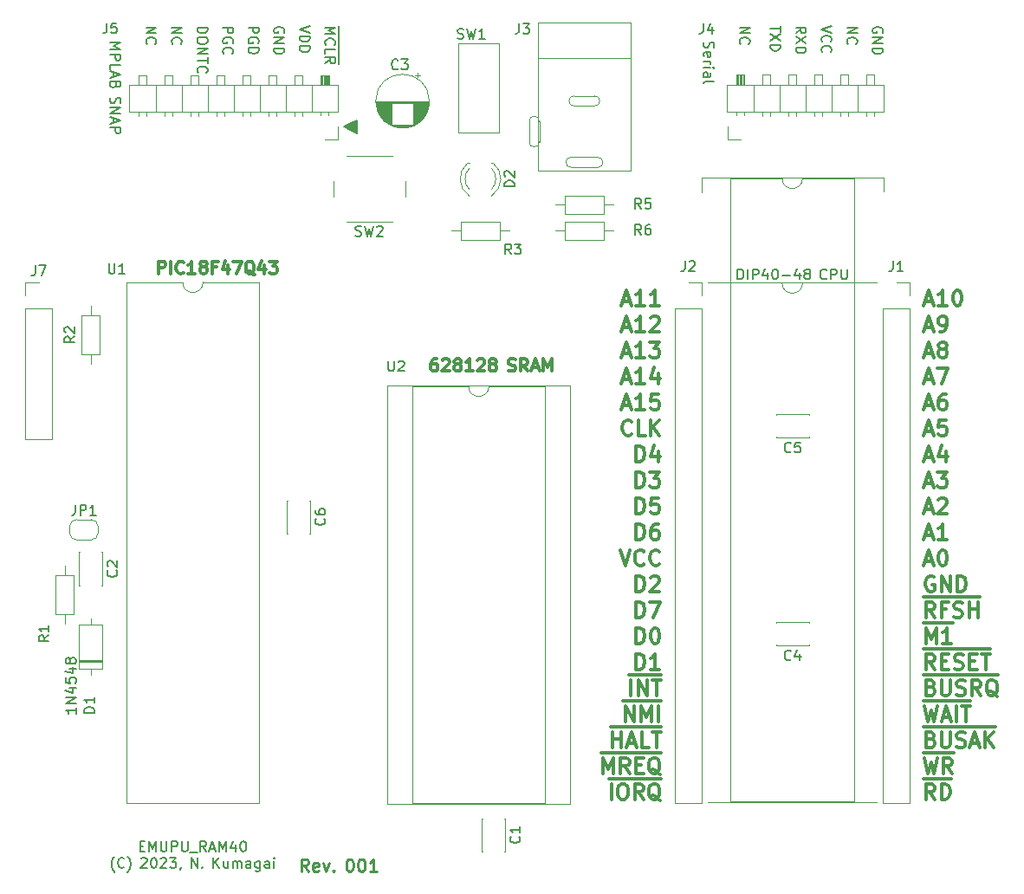
<source format=gto>
G04 #@! TF.GenerationSoftware,KiCad,Pcbnew,(7.0.0)*
G04 #@! TF.CreationDate,2023-02-28T12:43:52+09:00*
G04 #@! TF.ProjectId,EMUPU_RAM40,454d5550-555f-4524-914d-34302e6b6963,rev?*
G04 #@! TF.SameCoordinates,PX55d4a80PY9043270*
G04 #@! TF.FileFunction,Legend,Top*
G04 #@! TF.FilePolarity,Positive*
%FSLAX46Y46*%
G04 Gerber Fmt 4.6, Leading zero omitted, Abs format (unit mm)*
G04 Created by KiCad (PCBNEW (7.0.0)) date 2023-02-28 12:43:52*
%MOMM*%
%LPD*%
G01*
G04 APERTURE LIST*
%ADD10C,0.200000*%
%ADD11C,0.300000*%
%ADD12C,0.150000*%
%ADD13C,0.250000*%
%ADD14C,0.120000*%
G04 APERTURE END LIST*
D10*
G36*
X33825000Y73165000D02*
G01*
X32555000Y73800000D01*
X33825000Y74435000D01*
X33825000Y73165000D01*
G37*
X33825000Y73165000D02*
X32555000Y73800000D01*
X33825000Y74435000D01*
X33825000Y73165000D01*
D11*
X61098571Y25866429D02*
X61098571Y27366429D01*
X61098571Y27366429D02*
X61455714Y27366429D01*
X61455714Y27366429D02*
X61670000Y27295000D01*
X61670000Y27295000D02*
X61812857Y27152143D01*
X61812857Y27152143D02*
X61884286Y27009286D01*
X61884286Y27009286D02*
X61955714Y26723572D01*
X61955714Y26723572D02*
X61955714Y26509286D01*
X61955714Y26509286D02*
X61884286Y26223572D01*
X61884286Y26223572D02*
X61812857Y26080715D01*
X61812857Y26080715D02*
X61670000Y25937858D01*
X61670000Y25937858D02*
X61455714Y25866429D01*
X61455714Y25866429D02*
X61098571Y25866429D01*
X62455714Y27366429D02*
X63455714Y27366429D01*
X63455714Y27366429D02*
X62812857Y25866429D01*
X89927142Y19032143D02*
X90141428Y18960715D01*
X90141428Y18960715D02*
X90212857Y18889286D01*
X90212857Y18889286D02*
X90284285Y18746429D01*
X90284285Y18746429D02*
X90284285Y18532143D01*
X90284285Y18532143D02*
X90212857Y18389286D01*
X90212857Y18389286D02*
X90141428Y18317858D01*
X90141428Y18317858D02*
X89998571Y18246429D01*
X89998571Y18246429D02*
X89427142Y18246429D01*
X89427142Y18246429D02*
X89427142Y19746429D01*
X89427142Y19746429D02*
X89927142Y19746429D01*
X89927142Y19746429D02*
X90070000Y19675000D01*
X90070000Y19675000D02*
X90141428Y19603572D01*
X90141428Y19603572D02*
X90212857Y19460715D01*
X90212857Y19460715D02*
X90212857Y19317858D01*
X90212857Y19317858D02*
X90141428Y19175000D01*
X90141428Y19175000D02*
X90070000Y19103572D01*
X90070000Y19103572D02*
X89927142Y19032143D01*
X89927142Y19032143D02*
X89427142Y19032143D01*
X90927142Y19746429D02*
X90927142Y18532143D01*
X90927142Y18532143D02*
X90998571Y18389286D01*
X90998571Y18389286D02*
X91070000Y18317858D01*
X91070000Y18317858D02*
X91212857Y18246429D01*
X91212857Y18246429D02*
X91498571Y18246429D01*
X91498571Y18246429D02*
X91641428Y18317858D01*
X91641428Y18317858D02*
X91712857Y18389286D01*
X91712857Y18389286D02*
X91784285Y18532143D01*
X91784285Y18532143D02*
X91784285Y19746429D01*
X92427143Y18317858D02*
X92641429Y18246429D01*
X92641429Y18246429D02*
X92998571Y18246429D01*
X92998571Y18246429D02*
X93141429Y18317858D01*
X93141429Y18317858D02*
X93212857Y18389286D01*
X93212857Y18389286D02*
X93284286Y18532143D01*
X93284286Y18532143D02*
X93284286Y18675000D01*
X93284286Y18675000D02*
X93212857Y18817858D01*
X93212857Y18817858D02*
X93141429Y18889286D01*
X93141429Y18889286D02*
X92998571Y18960715D01*
X92998571Y18960715D02*
X92712857Y19032143D01*
X92712857Y19032143D02*
X92570000Y19103572D01*
X92570000Y19103572D02*
X92498571Y19175000D01*
X92498571Y19175000D02*
X92427143Y19317858D01*
X92427143Y19317858D02*
X92427143Y19460715D01*
X92427143Y19460715D02*
X92498571Y19603572D01*
X92498571Y19603572D02*
X92570000Y19675000D01*
X92570000Y19675000D02*
X92712857Y19746429D01*
X92712857Y19746429D02*
X93070000Y19746429D01*
X93070000Y19746429D02*
X93284286Y19675000D01*
X94784285Y18246429D02*
X94284285Y18960715D01*
X93927142Y18246429D02*
X93927142Y19746429D01*
X93927142Y19746429D02*
X94498571Y19746429D01*
X94498571Y19746429D02*
X94641428Y19675000D01*
X94641428Y19675000D02*
X94712857Y19603572D01*
X94712857Y19603572D02*
X94784285Y19460715D01*
X94784285Y19460715D02*
X94784285Y19246429D01*
X94784285Y19246429D02*
X94712857Y19103572D01*
X94712857Y19103572D02*
X94641428Y19032143D01*
X94641428Y19032143D02*
X94498571Y18960715D01*
X94498571Y18960715D02*
X93927142Y18960715D01*
X96427142Y18103572D02*
X96284285Y18175000D01*
X96284285Y18175000D02*
X96141428Y18317858D01*
X96141428Y18317858D02*
X95927142Y18532143D01*
X95927142Y18532143D02*
X95784285Y18603572D01*
X95784285Y18603572D02*
X95641428Y18603572D01*
X95712857Y18246429D02*
X95570000Y18317858D01*
X95570000Y18317858D02*
X95427142Y18460715D01*
X95427142Y18460715D02*
X95355714Y18746429D01*
X95355714Y18746429D02*
X95355714Y19246429D01*
X95355714Y19246429D02*
X95427142Y19532143D01*
X95427142Y19532143D02*
X95570000Y19675000D01*
X95570000Y19675000D02*
X95712857Y19746429D01*
X95712857Y19746429D02*
X95998571Y19746429D01*
X95998571Y19746429D02*
X96141428Y19675000D01*
X96141428Y19675000D02*
X96284285Y19532143D01*
X96284285Y19532143D02*
X96355714Y19246429D01*
X96355714Y19246429D02*
X96355714Y18746429D01*
X96355714Y18746429D02*
X96284285Y18460715D01*
X96284285Y18460715D02*
X96141428Y18317858D01*
X96141428Y18317858D02*
X95998571Y18246429D01*
X95998571Y18246429D02*
X95712857Y18246429D01*
X89220000Y20275000D02*
X96491429Y20275000D01*
X59812858Y51695000D02*
X60527144Y51695000D01*
X59670001Y51266429D02*
X60170001Y52766429D01*
X60170001Y52766429D02*
X60670001Y51266429D01*
X61955715Y51266429D02*
X61098572Y51266429D01*
X61527143Y51266429D02*
X61527143Y52766429D01*
X61527143Y52766429D02*
X61384286Y52552143D01*
X61384286Y52552143D02*
X61241429Y52409286D01*
X61241429Y52409286D02*
X61098572Y52337858D01*
X62455714Y52766429D02*
X63384286Y52766429D01*
X63384286Y52766429D02*
X62884286Y52195000D01*
X62884286Y52195000D02*
X63098571Y52195000D01*
X63098571Y52195000D02*
X63241429Y52123572D01*
X63241429Y52123572D02*
X63312857Y52052143D01*
X63312857Y52052143D02*
X63384286Y51909286D01*
X63384286Y51909286D02*
X63384286Y51552143D01*
X63384286Y51552143D02*
X63312857Y51409286D01*
X63312857Y51409286D02*
X63241429Y51337858D01*
X63241429Y51337858D02*
X63098571Y51266429D01*
X63098571Y51266429D02*
X62670000Y51266429D01*
X62670000Y51266429D02*
X62527143Y51337858D01*
X62527143Y51337858D02*
X62455714Y51409286D01*
D12*
X12613333Y3506429D02*
X12946666Y3506429D01*
X13089523Y2982620D02*
X12613333Y2982620D01*
X12613333Y2982620D02*
X12613333Y3982620D01*
X12613333Y3982620D02*
X13089523Y3982620D01*
X13518095Y2982620D02*
X13518095Y3982620D01*
X13518095Y3982620D02*
X13851428Y3268334D01*
X13851428Y3268334D02*
X14184761Y3982620D01*
X14184761Y3982620D02*
X14184761Y2982620D01*
X14660952Y3982620D02*
X14660952Y3173096D01*
X14660952Y3173096D02*
X14708571Y3077858D01*
X14708571Y3077858D02*
X14756190Y3030239D01*
X14756190Y3030239D02*
X14851428Y2982620D01*
X14851428Y2982620D02*
X15041904Y2982620D01*
X15041904Y2982620D02*
X15137142Y3030239D01*
X15137142Y3030239D02*
X15184761Y3077858D01*
X15184761Y3077858D02*
X15232380Y3173096D01*
X15232380Y3173096D02*
X15232380Y3982620D01*
X15708571Y2982620D02*
X15708571Y3982620D01*
X15708571Y3982620D02*
X16089523Y3982620D01*
X16089523Y3982620D02*
X16184761Y3935000D01*
X16184761Y3935000D02*
X16232380Y3887381D01*
X16232380Y3887381D02*
X16279999Y3792143D01*
X16279999Y3792143D02*
X16279999Y3649286D01*
X16279999Y3649286D02*
X16232380Y3554048D01*
X16232380Y3554048D02*
X16184761Y3506429D01*
X16184761Y3506429D02*
X16089523Y3458810D01*
X16089523Y3458810D02*
X15708571Y3458810D01*
X16708571Y3982620D02*
X16708571Y3173096D01*
X16708571Y3173096D02*
X16756190Y3077858D01*
X16756190Y3077858D02*
X16803809Y3030239D01*
X16803809Y3030239D02*
X16899047Y2982620D01*
X16899047Y2982620D02*
X17089523Y2982620D01*
X17089523Y2982620D02*
X17184761Y3030239D01*
X17184761Y3030239D02*
X17232380Y3077858D01*
X17232380Y3077858D02*
X17279999Y3173096D01*
X17279999Y3173096D02*
X17279999Y3982620D01*
X17518095Y2887381D02*
X18279999Y2887381D01*
X19089523Y2982620D02*
X18756190Y3458810D01*
X18518095Y2982620D02*
X18518095Y3982620D01*
X18518095Y3982620D02*
X18899047Y3982620D01*
X18899047Y3982620D02*
X18994285Y3935000D01*
X18994285Y3935000D02*
X19041904Y3887381D01*
X19041904Y3887381D02*
X19089523Y3792143D01*
X19089523Y3792143D02*
X19089523Y3649286D01*
X19089523Y3649286D02*
X19041904Y3554048D01*
X19041904Y3554048D02*
X18994285Y3506429D01*
X18994285Y3506429D02*
X18899047Y3458810D01*
X18899047Y3458810D02*
X18518095Y3458810D01*
X19470476Y3268334D02*
X19946666Y3268334D01*
X19375238Y2982620D02*
X19708571Y3982620D01*
X19708571Y3982620D02*
X20041904Y2982620D01*
X20375238Y2982620D02*
X20375238Y3982620D01*
X20375238Y3982620D02*
X20708571Y3268334D01*
X20708571Y3268334D02*
X21041904Y3982620D01*
X21041904Y3982620D02*
X21041904Y2982620D01*
X21946666Y3649286D02*
X21946666Y2982620D01*
X21708571Y4030239D02*
X21470476Y3315953D01*
X21470476Y3315953D02*
X22089523Y3315953D01*
X22660952Y3982620D02*
X22756190Y3982620D01*
X22756190Y3982620D02*
X22851428Y3935000D01*
X22851428Y3935000D02*
X22899047Y3887381D01*
X22899047Y3887381D02*
X22946666Y3792143D01*
X22946666Y3792143D02*
X22994285Y3601667D01*
X22994285Y3601667D02*
X22994285Y3363572D01*
X22994285Y3363572D02*
X22946666Y3173096D01*
X22946666Y3173096D02*
X22899047Y3077858D01*
X22899047Y3077858D02*
X22851428Y3030239D01*
X22851428Y3030239D02*
X22756190Y2982620D01*
X22756190Y2982620D02*
X22660952Y2982620D01*
X22660952Y2982620D02*
X22565714Y3030239D01*
X22565714Y3030239D02*
X22518095Y3077858D01*
X22518095Y3077858D02*
X22470476Y3173096D01*
X22470476Y3173096D02*
X22422857Y3363572D01*
X22422857Y3363572D02*
X22422857Y3601667D01*
X22422857Y3601667D02*
X22470476Y3792143D01*
X22470476Y3792143D02*
X22518095Y3887381D01*
X22518095Y3887381D02*
X22565714Y3935000D01*
X22565714Y3935000D02*
X22660952Y3982620D01*
X10118095Y981667D02*
X10070476Y1029286D01*
X10070476Y1029286D02*
X9975238Y1172143D01*
X9975238Y1172143D02*
X9927619Y1267381D01*
X9927619Y1267381D02*
X9880000Y1410239D01*
X9880000Y1410239D02*
X9832381Y1648334D01*
X9832381Y1648334D02*
X9832381Y1838810D01*
X9832381Y1838810D02*
X9880000Y2076905D01*
X9880000Y2076905D02*
X9927619Y2219762D01*
X9927619Y2219762D02*
X9975238Y2315000D01*
X9975238Y2315000D02*
X10070476Y2457858D01*
X10070476Y2457858D02*
X10118095Y2505477D01*
X11070476Y1457858D02*
X11022857Y1410239D01*
X11022857Y1410239D02*
X10880000Y1362620D01*
X10880000Y1362620D02*
X10784762Y1362620D01*
X10784762Y1362620D02*
X10641905Y1410239D01*
X10641905Y1410239D02*
X10546667Y1505477D01*
X10546667Y1505477D02*
X10499048Y1600715D01*
X10499048Y1600715D02*
X10451429Y1791191D01*
X10451429Y1791191D02*
X10451429Y1934048D01*
X10451429Y1934048D02*
X10499048Y2124524D01*
X10499048Y2124524D02*
X10546667Y2219762D01*
X10546667Y2219762D02*
X10641905Y2315000D01*
X10641905Y2315000D02*
X10784762Y2362620D01*
X10784762Y2362620D02*
X10880000Y2362620D01*
X10880000Y2362620D02*
X11022857Y2315000D01*
X11022857Y2315000D02*
X11070476Y2267381D01*
X11403810Y981667D02*
X11451429Y1029286D01*
X11451429Y1029286D02*
X11546667Y1172143D01*
X11546667Y1172143D02*
X11594286Y1267381D01*
X11594286Y1267381D02*
X11641905Y1410239D01*
X11641905Y1410239D02*
X11689524Y1648334D01*
X11689524Y1648334D02*
X11689524Y1838810D01*
X11689524Y1838810D02*
X11641905Y2076905D01*
X11641905Y2076905D02*
X11594286Y2219762D01*
X11594286Y2219762D02*
X11546667Y2315000D01*
X11546667Y2315000D02*
X11451429Y2457858D01*
X11451429Y2457858D02*
X11403810Y2505477D01*
X12718096Y2267381D02*
X12765715Y2315000D01*
X12765715Y2315000D02*
X12860953Y2362620D01*
X12860953Y2362620D02*
X13099048Y2362620D01*
X13099048Y2362620D02*
X13194286Y2315000D01*
X13194286Y2315000D02*
X13241905Y2267381D01*
X13241905Y2267381D02*
X13289524Y2172143D01*
X13289524Y2172143D02*
X13289524Y2076905D01*
X13289524Y2076905D02*
X13241905Y1934048D01*
X13241905Y1934048D02*
X12670477Y1362620D01*
X12670477Y1362620D02*
X13289524Y1362620D01*
X13908572Y2362620D02*
X14003810Y2362620D01*
X14003810Y2362620D02*
X14099048Y2315000D01*
X14099048Y2315000D02*
X14146667Y2267381D01*
X14146667Y2267381D02*
X14194286Y2172143D01*
X14194286Y2172143D02*
X14241905Y1981667D01*
X14241905Y1981667D02*
X14241905Y1743572D01*
X14241905Y1743572D02*
X14194286Y1553096D01*
X14194286Y1553096D02*
X14146667Y1457858D01*
X14146667Y1457858D02*
X14099048Y1410239D01*
X14099048Y1410239D02*
X14003810Y1362620D01*
X14003810Y1362620D02*
X13908572Y1362620D01*
X13908572Y1362620D02*
X13813334Y1410239D01*
X13813334Y1410239D02*
X13765715Y1457858D01*
X13765715Y1457858D02*
X13718096Y1553096D01*
X13718096Y1553096D02*
X13670477Y1743572D01*
X13670477Y1743572D02*
X13670477Y1981667D01*
X13670477Y1981667D02*
X13718096Y2172143D01*
X13718096Y2172143D02*
X13765715Y2267381D01*
X13765715Y2267381D02*
X13813334Y2315000D01*
X13813334Y2315000D02*
X13908572Y2362620D01*
X14622858Y2267381D02*
X14670477Y2315000D01*
X14670477Y2315000D02*
X14765715Y2362620D01*
X14765715Y2362620D02*
X15003810Y2362620D01*
X15003810Y2362620D02*
X15099048Y2315000D01*
X15099048Y2315000D02*
X15146667Y2267381D01*
X15146667Y2267381D02*
X15194286Y2172143D01*
X15194286Y2172143D02*
X15194286Y2076905D01*
X15194286Y2076905D02*
X15146667Y1934048D01*
X15146667Y1934048D02*
X14575239Y1362620D01*
X14575239Y1362620D02*
X15194286Y1362620D01*
X15527620Y2362620D02*
X16146667Y2362620D01*
X16146667Y2362620D02*
X15813334Y1981667D01*
X15813334Y1981667D02*
X15956191Y1981667D01*
X15956191Y1981667D02*
X16051429Y1934048D01*
X16051429Y1934048D02*
X16099048Y1886429D01*
X16099048Y1886429D02*
X16146667Y1791191D01*
X16146667Y1791191D02*
X16146667Y1553096D01*
X16146667Y1553096D02*
X16099048Y1457858D01*
X16099048Y1457858D02*
X16051429Y1410239D01*
X16051429Y1410239D02*
X15956191Y1362620D01*
X15956191Y1362620D02*
X15670477Y1362620D01*
X15670477Y1362620D02*
X15575239Y1410239D01*
X15575239Y1410239D02*
X15527620Y1457858D01*
X16622858Y1410239D02*
X16622858Y1362620D01*
X16622858Y1362620D02*
X16575239Y1267381D01*
X16575239Y1267381D02*
X16527620Y1219762D01*
X17651429Y1362620D02*
X17651429Y2362620D01*
X17651429Y2362620D02*
X18222857Y1362620D01*
X18222857Y1362620D02*
X18222857Y2362620D01*
X18699048Y1457858D02*
X18746667Y1410239D01*
X18746667Y1410239D02*
X18699048Y1362620D01*
X18699048Y1362620D02*
X18651429Y1410239D01*
X18651429Y1410239D02*
X18699048Y1457858D01*
X18699048Y1457858D02*
X18699048Y1362620D01*
X19775238Y1362620D02*
X19775238Y2362620D01*
X20346666Y1362620D02*
X19918095Y1934048D01*
X20346666Y2362620D02*
X19775238Y1791191D01*
X21203809Y2029286D02*
X21203809Y1362620D01*
X20775238Y2029286D02*
X20775238Y1505477D01*
X20775238Y1505477D02*
X20822857Y1410239D01*
X20822857Y1410239D02*
X20918095Y1362620D01*
X20918095Y1362620D02*
X21060952Y1362620D01*
X21060952Y1362620D02*
X21156190Y1410239D01*
X21156190Y1410239D02*
X21203809Y1457858D01*
X21680000Y1362620D02*
X21680000Y2029286D01*
X21680000Y1934048D02*
X21727619Y1981667D01*
X21727619Y1981667D02*
X21822857Y2029286D01*
X21822857Y2029286D02*
X21965714Y2029286D01*
X21965714Y2029286D02*
X22060952Y1981667D01*
X22060952Y1981667D02*
X22108571Y1886429D01*
X22108571Y1886429D02*
X22108571Y1362620D01*
X22108571Y1886429D02*
X22156190Y1981667D01*
X22156190Y1981667D02*
X22251428Y2029286D01*
X22251428Y2029286D02*
X22394285Y2029286D01*
X22394285Y2029286D02*
X22489524Y1981667D01*
X22489524Y1981667D02*
X22537143Y1886429D01*
X22537143Y1886429D02*
X22537143Y1362620D01*
X23441904Y1362620D02*
X23441904Y1886429D01*
X23441904Y1886429D02*
X23394285Y1981667D01*
X23394285Y1981667D02*
X23299047Y2029286D01*
X23299047Y2029286D02*
X23108571Y2029286D01*
X23108571Y2029286D02*
X23013333Y1981667D01*
X23441904Y1410239D02*
X23346666Y1362620D01*
X23346666Y1362620D02*
X23108571Y1362620D01*
X23108571Y1362620D02*
X23013333Y1410239D01*
X23013333Y1410239D02*
X22965714Y1505477D01*
X22965714Y1505477D02*
X22965714Y1600715D01*
X22965714Y1600715D02*
X23013333Y1695953D01*
X23013333Y1695953D02*
X23108571Y1743572D01*
X23108571Y1743572D02*
X23346666Y1743572D01*
X23346666Y1743572D02*
X23441904Y1791191D01*
X24346666Y2029286D02*
X24346666Y1219762D01*
X24346666Y1219762D02*
X24299047Y1124524D01*
X24299047Y1124524D02*
X24251428Y1076905D01*
X24251428Y1076905D02*
X24156190Y1029286D01*
X24156190Y1029286D02*
X24013333Y1029286D01*
X24013333Y1029286D02*
X23918095Y1076905D01*
X24346666Y1410239D02*
X24251428Y1362620D01*
X24251428Y1362620D02*
X24060952Y1362620D01*
X24060952Y1362620D02*
X23965714Y1410239D01*
X23965714Y1410239D02*
X23918095Y1457858D01*
X23918095Y1457858D02*
X23870476Y1553096D01*
X23870476Y1553096D02*
X23870476Y1838810D01*
X23870476Y1838810D02*
X23918095Y1934048D01*
X23918095Y1934048D02*
X23965714Y1981667D01*
X23965714Y1981667D02*
X24060952Y2029286D01*
X24060952Y2029286D02*
X24251428Y2029286D01*
X24251428Y2029286D02*
X24346666Y1981667D01*
X25251428Y1362620D02*
X25251428Y1886429D01*
X25251428Y1886429D02*
X25203809Y1981667D01*
X25203809Y1981667D02*
X25108571Y2029286D01*
X25108571Y2029286D02*
X24918095Y2029286D01*
X24918095Y2029286D02*
X24822857Y1981667D01*
X25251428Y1410239D02*
X25156190Y1362620D01*
X25156190Y1362620D02*
X24918095Y1362620D01*
X24918095Y1362620D02*
X24822857Y1410239D01*
X24822857Y1410239D02*
X24775238Y1505477D01*
X24775238Y1505477D02*
X24775238Y1600715D01*
X24775238Y1600715D02*
X24822857Y1695953D01*
X24822857Y1695953D02*
X24918095Y1743572D01*
X24918095Y1743572D02*
X25156190Y1743572D01*
X25156190Y1743572D02*
X25251428Y1791191D01*
X25727619Y1362620D02*
X25727619Y2029286D01*
X25727619Y2362620D02*
X25680000Y2315000D01*
X25680000Y2315000D02*
X25727619Y2267381D01*
X25727619Y2267381D02*
X25775238Y2315000D01*
X25775238Y2315000D02*
X25727619Y2362620D01*
X25727619Y2362620D02*
X25727619Y2267381D01*
D11*
X58812856Y13166429D02*
X58812856Y14666429D01*
X58812856Y13952143D02*
X59669999Y13952143D01*
X59669999Y13166429D02*
X59669999Y14666429D01*
X60312857Y13595000D02*
X61027143Y13595000D01*
X60170000Y13166429D02*
X60670000Y14666429D01*
X60670000Y14666429D02*
X61170000Y13166429D01*
X62384285Y13166429D02*
X61669999Y13166429D01*
X61669999Y13166429D02*
X61669999Y14666429D01*
X62670000Y14666429D02*
X63527143Y14666429D01*
X63098571Y13166429D02*
X63098571Y14666429D01*
X58605714Y15195000D02*
X63520000Y15195000D01*
D12*
X18217619Y83531905D02*
X19217619Y83531905D01*
X19217619Y83531905D02*
X19217619Y83293810D01*
X19217619Y83293810D02*
X19170000Y83150953D01*
X19170000Y83150953D02*
X19074761Y83055715D01*
X19074761Y83055715D02*
X18979523Y83008096D01*
X18979523Y83008096D02*
X18789047Y82960477D01*
X18789047Y82960477D02*
X18646190Y82960477D01*
X18646190Y82960477D02*
X18455714Y83008096D01*
X18455714Y83008096D02*
X18360476Y83055715D01*
X18360476Y83055715D02*
X18265238Y83150953D01*
X18265238Y83150953D02*
X18217619Y83293810D01*
X18217619Y83293810D02*
X18217619Y83531905D01*
X19217619Y82341429D02*
X19217619Y82150953D01*
X19217619Y82150953D02*
X19170000Y82055715D01*
X19170000Y82055715D02*
X19074761Y81960477D01*
X19074761Y81960477D02*
X18884285Y81912858D01*
X18884285Y81912858D02*
X18550952Y81912858D01*
X18550952Y81912858D02*
X18360476Y81960477D01*
X18360476Y81960477D02*
X18265238Y82055715D01*
X18265238Y82055715D02*
X18217619Y82150953D01*
X18217619Y82150953D02*
X18217619Y82341429D01*
X18217619Y82341429D02*
X18265238Y82436667D01*
X18265238Y82436667D02*
X18360476Y82531905D01*
X18360476Y82531905D02*
X18550952Y82579524D01*
X18550952Y82579524D02*
X18884285Y82579524D01*
X18884285Y82579524D02*
X19074761Y82531905D01*
X19074761Y82531905D02*
X19170000Y82436667D01*
X19170000Y82436667D02*
X19217619Y82341429D01*
X18217619Y81484286D02*
X19217619Y81484286D01*
X19217619Y81484286D02*
X18217619Y80912858D01*
X18217619Y80912858D02*
X19217619Y80912858D01*
X19217619Y80579524D02*
X19217619Y80008096D01*
X18217619Y80293810D02*
X19217619Y80293810D01*
X18312857Y79103334D02*
X18265238Y79150953D01*
X18265238Y79150953D02*
X18217619Y79293810D01*
X18217619Y79293810D02*
X18217619Y79389048D01*
X18217619Y79389048D02*
X18265238Y79531905D01*
X18265238Y79531905D02*
X18360476Y79627143D01*
X18360476Y79627143D02*
X18455714Y79674762D01*
X18455714Y79674762D02*
X18646190Y79722381D01*
X18646190Y79722381D02*
X18789047Y79722381D01*
X18789047Y79722381D02*
X18979523Y79674762D01*
X18979523Y79674762D02*
X19074761Y79627143D01*
X19074761Y79627143D02*
X19170000Y79531905D01*
X19170000Y79531905D02*
X19217619Y79389048D01*
X19217619Y79389048D02*
X19217619Y79293810D01*
X19217619Y79293810D02*
X19170000Y79150953D01*
X19170000Y79150953D02*
X19122380Y79103334D01*
X81717619Y83531905D02*
X82717619Y83531905D01*
X82717619Y83531905D02*
X81717619Y82960477D01*
X81717619Y82960477D02*
X82717619Y82960477D01*
X81812857Y81912858D02*
X81765238Y81960477D01*
X81765238Y81960477D02*
X81717619Y82103334D01*
X81717619Y82103334D02*
X81717619Y82198572D01*
X81717619Y82198572D02*
X81765238Y82341429D01*
X81765238Y82341429D02*
X81860476Y82436667D01*
X81860476Y82436667D02*
X81955714Y82484286D01*
X81955714Y82484286D02*
X82146190Y82531905D01*
X82146190Y82531905D02*
X82289047Y82531905D01*
X82289047Y82531905D02*
X82479523Y82484286D01*
X82479523Y82484286D02*
X82574761Y82436667D01*
X82574761Y82436667D02*
X82670000Y82341429D01*
X82670000Y82341429D02*
X82717619Y82198572D01*
X82717619Y82198572D02*
X82717619Y82103334D01*
X82717619Y82103334D02*
X82670000Y81960477D01*
X82670000Y81960477D02*
X82622380Y81912858D01*
D11*
X59812858Y56775000D02*
X60527144Y56775000D01*
X59670001Y56346429D02*
X60170001Y57846429D01*
X60170001Y57846429D02*
X60670001Y56346429D01*
X61955715Y56346429D02*
X61098572Y56346429D01*
X61527143Y56346429D02*
X61527143Y57846429D01*
X61527143Y57846429D02*
X61384286Y57632143D01*
X61384286Y57632143D02*
X61241429Y57489286D01*
X61241429Y57489286D02*
X61098572Y57417858D01*
X63384286Y56346429D02*
X62527143Y56346429D01*
X62955714Y56346429D02*
X62955714Y57846429D01*
X62955714Y57846429D02*
X62812857Y57632143D01*
X62812857Y57632143D02*
X62670000Y57489286D01*
X62670000Y57489286D02*
X62527143Y57417858D01*
X89355714Y41535000D02*
X90070000Y41535000D01*
X89212857Y41106429D02*
X89712857Y42606429D01*
X89712857Y42606429D02*
X90212857Y41106429D01*
X91355714Y42106429D02*
X91355714Y41106429D01*
X90998571Y42677858D02*
X90641428Y41606429D01*
X90641428Y41606429D02*
X91569999Y41606429D01*
X89427142Y23326429D02*
X89427142Y24826429D01*
X89427142Y24826429D02*
X89927142Y23755000D01*
X89927142Y23755000D02*
X90427142Y24826429D01*
X90427142Y24826429D02*
X90427142Y23326429D01*
X91927143Y23326429D02*
X91070000Y23326429D01*
X91498571Y23326429D02*
X91498571Y24826429D01*
X91498571Y24826429D02*
X91355714Y24612143D01*
X91355714Y24612143D02*
X91212857Y24469286D01*
X91212857Y24469286D02*
X91070000Y24397858D01*
X89220000Y25355000D02*
X92062857Y25355000D01*
X60598570Y18246429D02*
X60598570Y19746429D01*
X61312856Y18246429D02*
X61312856Y19746429D01*
X61312856Y19746429D02*
X62169999Y18246429D01*
X62169999Y18246429D02*
X62169999Y19746429D01*
X62670000Y19746429D02*
X63527143Y19746429D01*
X63098571Y18246429D02*
X63098571Y19746429D01*
X60391428Y20275000D02*
X63520000Y20275000D01*
D12*
X15717619Y83531905D02*
X16717619Y83531905D01*
X16717619Y83531905D02*
X15717619Y82960477D01*
X15717619Y82960477D02*
X16717619Y82960477D01*
X15812857Y81912858D02*
X15765238Y81960477D01*
X15765238Y81960477D02*
X15717619Y82103334D01*
X15717619Y82103334D02*
X15717619Y82198572D01*
X15717619Y82198572D02*
X15765238Y82341429D01*
X15765238Y82341429D02*
X15860476Y82436667D01*
X15860476Y82436667D02*
X15955714Y82484286D01*
X15955714Y82484286D02*
X16146190Y82531905D01*
X16146190Y82531905D02*
X16289047Y82531905D01*
X16289047Y82531905D02*
X16479523Y82484286D01*
X16479523Y82484286D02*
X16574761Y82436667D01*
X16574761Y82436667D02*
X16670000Y82341429D01*
X16670000Y82341429D02*
X16717619Y82198572D01*
X16717619Y82198572D02*
X16717619Y82103334D01*
X16717619Y82103334D02*
X16670000Y81960477D01*
X16670000Y81960477D02*
X16622380Y81912858D01*
D11*
X60027141Y15706429D02*
X60027141Y17206429D01*
X60027141Y17206429D02*
X60884284Y15706429D01*
X60884284Y15706429D02*
X60884284Y17206429D01*
X61598570Y15706429D02*
X61598570Y17206429D01*
X61598570Y17206429D02*
X62098570Y16135000D01*
X62098570Y16135000D02*
X62598570Y17206429D01*
X62598570Y17206429D02*
X62598570Y15706429D01*
X63312856Y15706429D02*
X63312856Y17206429D01*
X59819999Y17735000D02*
X63520000Y17735000D01*
X89355714Y49155000D02*
X90070000Y49155000D01*
X89212857Y48726429D02*
X89712857Y50226429D01*
X89712857Y50226429D02*
X90212857Y48726429D01*
X90569999Y50226429D02*
X91569999Y50226429D01*
X91569999Y50226429D02*
X90927142Y48726429D01*
D12*
X23217619Y83531905D02*
X24217619Y83531905D01*
X24217619Y83531905D02*
X24217619Y83150953D01*
X24217619Y83150953D02*
X24170000Y83055715D01*
X24170000Y83055715D02*
X24122380Y83008096D01*
X24122380Y83008096D02*
X24027142Y82960477D01*
X24027142Y82960477D02*
X23884285Y82960477D01*
X23884285Y82960477D02*
X23789047Y83008096D01*
X23789047Y83008096D02*
X23741428Y83055715D01*
X23741428Y83055715D02*
X23693809Y83150953D01*
X23693809Y83150953D02*
X23693809Y83531905D01*
X24170000Y82008096D02*
X24217619Y82103334D01*
X24217619Y82103334D02*
X24217619Y82246191D01*
X24217619Y82246191D02*
X24170000Y82389048D01*
X24170000Y82389048D02*
X24074761Y82484286D01*
X24074761Y82484286D02*
X23979523Y82531905D01*
X23979523Y82531905D02*
X23789047Y82579524D01*
X23789047Y82579524D02*
X23646190Y82579524D01*
X23646190Y82579524D02*
X23455714Y82531905D01*
X23455714Y82531905D02*
X23360476Y82484286D01*
X23360476Y82484286D02*
X23265238Y82389048D01*
X23265238Y82389048D02*
X23217619Y82246191D01*
X23217619Y82246191D02*
X23217619Y82150953D01*
X23217619Y82150953D02*
X23265238Y82008096D01*
X23265238Y82008096D02*
X23312857Y81960477D01*
X23312857Y81960477D02*
X23646190Y81960477D01*
X23646190Y81960477D02*
X23646190Y82150953D01*
X23217619Y81531905D02*
X24217619Y81531905D01*
X24217619Y81531905D02*
X24217619Y81293810D01*
X24217619Y81293810D02*
X24170000Y81150953D01*
X24170000Y81150953D02*
X24074761Y81055715D01*
X24074761Y81055715D02*
X23979523Y81008096D01*
X23979523Y81008096D02*
X23789047Y80960477D01*
X23789047Y80960477D02*
X23646190Y80960477D01*
X23646190Y80960477D02*
X23455714Y81008096D01*
X23455714Y81008096D02*
X23360476Y81055715D01*
X23360476Y81055715D02*
X23265238Y81150953D01*
X23265238Y81150953D02*
X23217619Y81293810D01*
X23217619Y81293810D02*
X23217619Y81531905D01*
X67765238Y82079524D02*
X67717619Y81936667D01*
X67717619Y81936667D02*
X67717619Y81698572D01*
X67717619Y81698572D02*
X67765238Y81603334D01*
X67765238Y81603334D02*
X67812857Y81555715D01*
X67812857Y81555715D02*
X67908095Y81508096D01*
X67908095Y81508096D02*
X68003333Y81508096D01*
X68003333Y81508096D02*
X68098571Y81555715D01*
X68098571Y81555715D02*
X68146190Y81603334D01*
X68146190Y81603334D02*
X68193809Y81698572D01*
X68193809Y81698572D02*
X68241428Y81889048D01*
X68241428Y81889048D02*
X68289047Y81984286D01*
X68289047Y81984286D02*
X68336666Y82031905D01*
X68336666Y82031905D02*
X68431904Y82079524D01*
X68431904Y82079524D02*
X68527142Y82079524D01*
X68527142Y82079524D02*
X68622380Y82031905D01*
X68622380Y82031905D02*
X68670000Y81984286D01*
X68670000Y81984286D02*
X68717619Y81889048D01*
X68717619Y81889048D02*
X68717619Y81650953D01*
X68717619Y81650953D02*
X68670000Y81508096D01*
X67765238Y80698572D02*
X67717619Y80793810D01*
X67717619Y80793810D02*
X67717619Y80984286D01*
X67717619Y80984286D02*
X67765238Y81079524D01*
X67765238Y81079524D02*
X67860476Y81127143D01*
X67860476Y81127143D02*
X68241428Y81127143D01*
X68241428Y81127143D02*
X68336666Y81079524D01*
X68336666Y81079524D02*
X68384285Y80984286D01*
X68384285Y80984286D02*
X68384285Y80793810D01*
X68384285Y80793810D02*
X68336666Y80698572D01*
X68336666Y80698572D02*
X68241428Y80650953D01*
X68241428Y80650953D02*
X68146190Y80650953D01*
X68146190Y80650953D02*
X68050952Y81127143D01*
X67717619Y80222381D02*
X68384285Y80222381D01*
X68193809Y80222381D02*
X68289047Y80174762D01*
X68289047Y80174762D02*
X68336666Y80127143D01*
X68336666Y80127143D02*
X68384285Y80031905D01*
X68384285Y80031905D02*
X68384285Y79936667D01*
X67717619Y79603333D02*
X68384285Y79603333D01*
X68717619Y79603333D02*
X68670000Y79650952D01*
X68670000Y79650952D02*
X68622380Y79603333D01*
X68622380Y79603333D02*
X68670000Y79555714D01*
X68670000Y79555714D02*
X68717619Y79603333D01*
X68717619Y79603333D02*
X68622380Y79603333D01*
X67717619Y78698572D02*
X68241428Y78698572D01*
X68241428Y78698572D02*
X68336666Y78746191D01*
X68336666Y78746191D02*
X68384285Y78841429D01*
X68384285Y78841429D02*
X68384285Y79031905D01*
X68384285Y79031905D02*
X68336666Y79127143D01*
X67765238Y78698572D02*
X67717619Y78793810D01*
X67717619Y78793810D02*
X67717619Y79031905D01*
X67717619Y79031905D02*
X67765238Y79127143D01*
X67765238Y79127143D02*
X67860476Y79174762D01*
X67860476Y79174762D02*
X67955714Y79174762D01*
X67955714Y79174762D02*
X68050952Y79127143D01*
X68050952Y79127143D02*
X68098571Y79031905D01*
X68098571Y79031905D02*
X68098571Y78793810D01*
X68098571Y78793810D02*
X68146190Y78698572D01*
X67717619Y78079524D02*
X67765238Y78174762D01*
X67765238Y78174762D02*
X67860476Y78222381D01*
X67860476Y78222381D02*
X68717619Y78222381D01*
D11*
X89927142Y13952143D02*
X90141428Y13880715D01*
X90141428Y13880715D02*
X90212857Y13809286D01*
X90212857Y13809286D02*
X90284285Y13666429D01*
X90284285Y13666429D02*
X90284285Y13452143D01*
X90284285Y13452143D02*
X90212857Y13309286D01*
X90212857Y13309286D02*
X90141428Y13237858D01*
X90141428Y13237858D02*
X89998571Y13166429D01*
X89998571Y13166429D02*
X89427142Y13166429D01*
X89427142Y13166429D02*
X89427142Y14666429D01*
X89427142Y14666429D02*
X89927142Y14666429D01*
X89927142Y14666429D02*
X90070000Y14595000D01*
X90070000Y14595000D02*
X90141428Y14523572D01*
X90141428Y14523572D02*
X90212857Y14380715D01*
X90212857Y14380715D02*
X90212857Y14237858D01*
X90212857Y14237858D02*
X90141428Y14095000D01*
X90141428Y14095000D02*
X90070000Y14023572D01*
X90070000Y14023572D02*
X89927142Y13952143D01*
X89927142Y13952143D02*
X89427142Y13952143D01*
X90927142Y14666429D02*
X90927142Y13452143D01*
X90927142Y13452143D02*
X90998571Y13309286D01*
X90998571Y13309286D02*
X91070000Y13237858D01*
X91070000Y13237858D02*
X91212857Y13166429D01*
X91212857Y13166429D02*
X91498571Y13166429D01*
X91498571Y13166429D02*
X91641428Y13237858D01*
X91641428Y13237858D02*
X91712857Y13309286D01*
X91712857Y13309286D02*
X91784285Y13452143D01*
X91784285Y13452143D02*
X91784285Y14666429D01*
X92427143Y13237858D02*
X92641429Y13166429D01*
X92641429Y13166429D02*
X92998571Y13166429D01*
X92998571Y13166429D02*
X93141429Y13237858D01*
X93141429Y13237858D02*
X93212857Y13309286D01*
X93212857Y13309286D02*
X93284286Y13452143D01*
X93284286Y13452143D02*
X93284286Y13595000D01*
X93284286Y13595000D02*
X93212857Y13737858D01*
X93212857Y13737858D02*
X93141429Y13809286D01*
X93141429Y13809286D02*
X92998571Y13880715D01*
X92998571Y13880715D02*
X92712857Y13952143D01*
X92712857Y13952143D02*
X92570000Y14023572D01*
X92570000Y14023572D02*
X92498571Y14095000D01*
X92498571Y14095000D02*
X92427143Y14237858D01*
X92427143Y14237858D02*
X92427143Y14380715D01*
X92427143Y14380715D02*
X92498571Y14523572D01*
X92498571Y14523572D02*
X92570000Y14595000D01*
X92570000Y14595000D02*
X92712857Y14666429D01*
X92712857Y14666429D02*
X93070000Y14666429D01*
X93070000Y14666429D02*
X93284286Y14595000D01*
X93855714Y13595000D02*
X94570000Y13595000D01*
X93712857Y13166429D02*
X94212857Y14666429D01*
X94212857Y14666429D02*
X94712857Y13166429D01*
X95212856Y13166429D02*
X95212856Y14666429D01*
X96069999Y13166429D02*
X95427142Y14023572D01*
X96069999Y14666429D02*
X95212856Y13809286D01*
X89220000Y15195000D02*
X96205714Y15195000D01*
X59527143Y32446429D02*
X60027143Y30946429D01*
X60027143Y30946429D02*
X60527143Y32446429D01*
X61884285Y31089286D02*
X61812857Y31017858D01*
X61812857Y31017858D02*
X61598571Y30946429D01*
X61598571Y30946429D02*
X61455714Y30946429D01*
X61455714Y30946429D02*
X61241428Y31017858D01*
X61241428Y31017858D02*
X61098571Y31160715D01*
X61098571Y31160715D02*
X61027142Y31303572D01*
X61027142Y31303572D02*
X60955714Y31589286D01*
X60955714Y31589286D02*
X60955714Y31803572D01*
X60955714Y31803572D02*
X61027142Y32089286D01*
X61027142Y32089286D02*
X61098571Y32232143D01*
X61098571Y32232143D02*
X61241428Y32375000D01*
X61241428Y32375000D02*
X61455714Y32446429D01*
X61455714Y32446429D02*
X61598571Y32446429D01*
X61598571Y32446429D02*
X61812857Y32375000D01*
X61812857Y32375000D02*
X61884285Y32303572D01*
X63384285Y31089286D02*
X63312857Y31017858D01*
X63312857Y31017858D02*
X63098571Y30946429D01*
X63098571Y30946429D02*
X62955714Y30946429D01*
X62955714Y30946429D02*
X62741428Y31017858D01*
X62741428Y31017858D02*
X62598571Y31160715D01*
X62598571Y31160715D02*
X62527142Y31303572D01*
X62527142Y31303572D02*
X62455714Y31589286D01*
X62455714Y31589286D02*
X62455714Y31803572D01*
X62455714Y31803572D02*
X62527142Y32089286D01*
X62527142Y32089286D02*
X62598571Y32232143D01*
X62598571Y32232143D02*
X62741428Y32375000D01*
X62741428Y32375000D02*
X62955714Y32446429D01*
X62955714Y32446429D02*
X63098571Y32446429D01*
X63098571Y32446429D02*
X63312857Y32375000D01*
X63312857Y32375000D02*
X63384285Y32303572D01*
D12*
X85170000Y83008096D02*
X85217619Y83103334D01*
X85217619Y83103334D02*
X85217619Y83246191D01*
X85217619Y83246191D02*
X85170000Y83389048D01*
X85170000Y83389048D02*
X85074761Y83484286D01*
X85074761Y83484286D02*
X84979523Y83531905D01*
X84979523Y83531905D02*
X84789047Y83579524D01*
X84789047Y83579524D02*
X84646190Y83579524D01*
X84646190Y83579524D02*
X84455714Y83531905D01*
X84455714Y83531905D02*
X84360476Y83484286D01*
X84360476Y83484286D02*
X84265238Y83389048D01*
X84265238Y83389048D02*
X84217619Y83246191D01*
X84217619Y83246191D02*
X84217619Y83150953D01*
X84217619Y83150953D02*
X84265238Y83008096D01*
X84265238Y83008096D02*
X84312857Y82960477D01*
X84312857Y82960477D02*
X84646190Y82960477D01*
X84646190Y82960477D02*
X84646190Y83150953D01*
X84217619Y82531905D02*
X85217619Y82531905D01*
X85217619Y82531905D02*
X84217619Y81960477D01*
X84217619Y81960477D02*
X85217619Y81960477D01*
X84217619Y81484286D02*
X85217619Y81484286D01*
X85217619Y81484286D02*
X85217619Y81246191D01*
X85217619Y81246191D02*
X85170000Y81103334D01*
X85170000Y81103334D02*
X85074761Y81008096D01*
X85074761Y81008096D02*
X84979523Y80960477D01*
X84979523Y80960477D02*
X84789047Y80912858D01*
X84789047Y80912858D02*
X84646190Y80912858D01*
X84646190Y80912858D02*
X84455714Y80960477D01*
X84455714Y80960477D02*
X84360476Y81008096D01*
X84360476Y81008096D02*
X84265238Y81103334D01*
X84265238Y81103334D02*
X84217619Y81246191D01*
X84217619Y81246191D02*
X84217619Y81484286D01*
D11*
X61098571Y23326429D02*
X61098571Y24826429D01*
X61098571Y24826429D02*
X61455714Y24826429D01*
X61455714Y24826429D02*
X61670000Y24755000D01*
X61670000Y24755000D02*
X61812857Y24612143D01*
X61812857Y24612143D02*
X61884286Y24469286D01*
X61884286Y24469286D02*
X61955714Y24183572D01*
X61955714Y24183572D02*
X61955714Y23969286D01*
X61955714Y23969286D02*
X61884286Y23683572D01*
X61884286Y23683572D02*
X61812857Y23540715D01*
X61812857Y23540715D02*
X61670000Y23397858D01*
X61670000Y23397858D02*
X61455714Y23326429D01*
X61455714Y23326429D02*
X61098571Y23326429D01*
X62884286Y24826429D02*
X63027143Y24826429D01*
X63027143Y24826429D02*
X63170000Y24755000D01*
X63170000Y24755000D02*
X63241429Y24683572D01*
X63241429Y24683572D02*
X63312857Y24540715D01*
X63312857Y24540715D02*
X63384286Y24255000D01*
X63384286Y24255000D02*
X63384286Y23897858D01*
X63384286Y23897858D02*
X63312857Y23612143D01*
X63312857Y23612143D02*
X63241429Y23469286D01*
X63241429Y23469286D02*
X63170000Y23397858D01*
X63170000Y23397858D02*
X63027143Y23326429D01*
X63027143Y23326429D02*
X62884286Y23326429D01*
X62884286Y23326429D02*
X62741429Y23397858D01*
X62741429Y23397858D02*
X62670000Y23469286D01*
X62670000Y23469286D02*
X62598571Y23612143D01*
X62598571Y23612143D02*
X62527143Y23897858D01*
X62527143Y23897858D02*
X62527143Y24255000D01*
X62527143Y24255000D02*
X62598571Y24540715D01*
X62598571Y24540715D02*
X62670000Y24683572D01*
X62670000Y24683572D02*
X62741429Y24755000D01*
X62741429Y24755000D02*
X62884286Y24826429D01*
X89284285Y17206429D02*
X89641428Y15706429D01*
X89641428Y15706429D02*
X89927142Y16777858D01*
X89927142Y16777858D02*
X90212857Y15706429D01*
X90212857Y15706429D02*
X90570000Y17206429D01*
X91070000Y16135000D02*
X91784286Y16135000D01*
X90927143Y15706429D02*
X91427143Y17206429D01*
X91427143Y17206429D02*
X91927143Y15706429D01*
X92427142Y15706429D02*
X92427142Y17206429D01*
X92927143Y17206429D02*
X93784286Y17206429D01*
X93355714Y15706429D02*
X93355714Y17206429D01*
X89220000Y17735000D02*
X93777143Y17735000D01*
X89355714Y31375000D02*
X90070000Y31375000D01*
X89212857Y30946429D02*
X89712857Y32446429D01*
X89712857Y32446429D02*
X90212857Y30946429D01*
X90998571Y32446429D02*
X91141428Y32446429D01*
X91141428Y32446429D02*
X91284285Y32375000D01*
X91284285Y32375000D02*
X91355714Y32303572D01*
X91355714Y32303572D02*
X91427142Y32160715D01*
X91427142Y32160715D02*
X91498571Y31875000D01*
X91498571Y31875000D02*
X91498571Y31517858D01*
X91498571Y31517858D02*
X91427142Y31232143D01*
X91427142Y31232143D02*
X91355714Y31089286D01*
X91355714Y31089286D02*
X91284285Y31017858D01*
X91284285Y31017858D02*
X91141428Y30946429D01*
X91141428Y30946429D02*
X90998571Y30946429D01*
X90998571Y30946429D02*
X90855714Y31017858D01*
X90855714Y31017858D02*
X90784285Y31089286D01*
X90784285Y31089286D02*
X90712856Y31232143D01*
X90712856Y31232143D02*
X90641428Y31517858D01*
X90641428Y31517858D02*
X90641428Y31875000D01*
X90641428Y31875000D02*
X90712856Y32160715D01*
X90712856Y32160715D02*
X90784285Y32303572D01*
X90784285Y32303572D02*
X90855714Y32375000D01*
X90855714Y32375000D02*
X90998571Y32446429D01*
D13*
X29081428Y1036143D02*
X28681428Y1607572D01*
X28395714Y1036143D02*
X28395714Y2236143D01*
X28395714Y2236143D02*
X28852857Y2236143D01*
X28852857Y2236143D02*
X28967142Y2179000D01*
X28967142Y2179000D02*
X29024285Y2121858D01*
X29024285Y2121858D02*
X29081428Y2007572D01*
X29081428Y2007572D02*
X29081428Y1836143D01*
X29081428Y1836143D02*
X29024285Y1721858D01*
X29024285Y1721858D02*
X28967142Y1664715D01*
X28967142Y1664715D02*
X28852857Y1607572D01*
X28852857Y1607572D02*
X28395714Y1607572D01*
X30052857Y1093286D02*
X29938571Y1036143D01*
X29938571Y1036143D02*
X29710000Y1036143D01*
X29710000Y1036143D02*
X29595714Y1093286D01*
X29595714Y1093286D02*
X29538571Y1207572D01*
X29538571Y1207572D02*
X29538571Y1664715D01*
X29538571Y1664715D02*
X29595714Y1779000D01*
X29595714Y1779000D02*
X29710000Y1836143D01*
X29710000Y1836143D02*
X29938571Y1836143D01*
X29938571Y1836143D02*
X30052857Y1779000D01*
X30052857Y1779000D02*
X30110000Y1664715D01*
X30110000Y1664715D02*
X30110000Y1550429D01*
X30110000Y1550429D02*
X29538571Y1436143D01*
X30509999Y1836143D02*
X30795713Y1036143D01*
X30795713Y1036143D02*
X31081428Y1836143D01*
X31538571Y1150429D02*
X31595714Y1093286D01*
X31595714Y1093286D02*
X31538571Y1036143D01*
X31538571Y1036143D02*
X31481428Y1093286D01*
X31481428Y1093286D02*
X31538571Y1150429D01*
X31538571Y1150429D02*
X31538571Y1036143D01*
X33058571Y2236143D02*
X33172857Y2236143D01*
X33172857Y2236143D02*
X33287143Y2179000D01*
X33287143Y2179000D02*
X33344286Y2121858D01*
X33344286Y2121858D02*
X33401428Y2007572D01*
X33401428Y2007572D02*
X33458571Y1779000D01*
X33458571Y1779000D02*
X33458571Y1493286D01*
X33458571Y1493286D02*
X33401428Y1264715D01*
X33401428Y1264715D02*
X33344286Y1150429D01*
X33344286Y1150429D02*
X33287143Y1093286D01*
X33287143Y1093286D02*
X33172857Y1036143D01*
X33172857Y1036143D02*
X33058571Y1036143D01*
X33058571Y1036143D02*
X32944286Y1093286D01*
X32944286Y1093286D02*
X32887143Y1150429D01*
X32887143Y1150429D02*
X32830000Y1264715D01*
X32830000Y1264715D02*
X32772857Y1493286D01*
X32772857Y1493286D02*
X32772857Y1779000D01*
X32772857Y1779000D02*
X32830000Y2007572D01*
X32830000Y2007572D02*
X32887143Y2121858D01*
X32887143Y2121858D02*
X32944286Y2179000D01*
X32944286Y2179000D02*
X33058571Y2236143D01*
X34201428Y2236143D02*
X34315714Y2236143D01*
X34315714Y2236143D02*
X34430000Y2179000D01*
X34430000Y2179000D02*
X34487143Y2121858D01*
X34487143Y2121858D02*
X34544285Y2007572D01*
X34544285Y2007572D02*
X34601428Y1779000D01*
X34601428Y1779000D02*
X34601428Y1493286D01*
X34601428Y1493286D02*
X34544285Y1264715D01*
X34544285Y1264715D02*
X34487143Y1150429D01*
X34487143Y1150429D02*
X34430000Y1093286D01*
X34430000Y1093286D02*
X34315714Y1036143D01*
X34315714Y1036143D02*
X34201428Y1036143D01*
X34201428Y1036143D02*
X34087143Y1093286D01*
X34087143Y1093286D02*
X34030000Y1150429D01*
X34030000Y1150429D02*
X33972857Y1264715D01*
X33972857Y1264715D02*
X33915714Y1493286D01*
X33915714Y1493286D02*
X33915714Y1779000D01*
X33915714Y1779000D02*
X33972857Y2007572D01*
X33972857Y2007572D02*
X34030000Y2121858D01*
X34030000Y2121858D02*
X34087143Y2179000D01*
X34087143Y2179000D02*
X34201428Y2236143D01*
X35744285Y1036143D02*
X35058571Y1036143D01*
X35401428Y1036143D02*
X35401428Y2236143D01*
X35401428Y2236143D02*
X35287142Y2064715D01*
X35287142Y2064715D02*
X35172857Y1950429D01*
X35172857Y1950429D02*
X35058571Y1893286D01*
D11*
X90284285Y25866429D02*
X89784285Y26580715D01*
X89427142Y25866429D02*
X89427142Y27366429D01*
X89427142Y27366429D02*
X89998571Y27366429D01*
X89998571Y27366429D02*
X90141428Y27295000D01*
X90141428Y27295000D02*
X90212857Y27223572D01*
X90212857Y27223572D02*
X90284285Y27080715D01*
X90284285Y27080715D02*
X90284285Y26866429D01*
X90284285Y26866429D02*
X90212857Y26723572D01*
X90212857Y26723572D02*
X90141428Y26652143D01*
X90141428Y26652143D02*
X89998571Y26580715D01*
X89998571Y26580715D02*
X89427142Y26580715D01*
X91427142Y26652143D02*
X90927142Y26652143D01*
X90927142Y25866429D02*
X90927142Y27366429D01*
X90927142Y27366429D02*
X91641428Y27366429D01*
X92141428Y25937858D02*
X92355714Y25866429D01*
X92355714Y25866429D02*
X92712856Y25866429D01*
X92712856Y25866429D02*
X92855714Y25937858D01*
X92855714Y25937858D02*
X92927142Y26009286D01*
X92927142Y26009286D02*
X92998571Y26152143D01*
X92998571Y26152143D02*
X92998571Y26295000D01*
X92998571Y26295000D02*
X92927142Y26437858D01*
X92927142Y26437858D02*
X92855714Y26509286D01*
X92855714Y26509286D02*
X92712856Y26580715D01*
X92712856Y26580715D02*
X92427142Y26652143D01*
X92427142Y26652143D02*
X92284285Y26723572D01*
X92284285Y26723572D02*
X92212856Y26795000D01*
X92212856Y26795000D02*
X92141428Y26937858D01*
X92141428Y26937858D02*
X92141428Y27080715D01*
X92141428Y27080715D02*
X92212856Y27223572D01*
X92212856Y27223572D02*
X92284285Y27295000D01*
X92284285Y27295000D02*
X92427142Y27366429D01*
X92427142Y27366429D02*
X92784285Y27366429D01*
X92784285Y27366429D02*
X92998571Y27295000D01*
X93641427Y25866429D02*
X93641427Y27366429D01*
X93641427Y26652143D02*
X94498570Y26652143D01*
X94498570Y25866429D02*
X94498570Y27366429D01*
X89220000Y27895000D02*
X94705714Y27895000D01*
D12*
X80217619Y83674762D02*
X79217619Y83341429D01*
X79217619Y83341429D02*
X80217619Y83008096D01*
X79312857Y82103334D02*
X79265238Y82150953D01*
X79265238Y82150953D02*
X79217619Y82293810D01*
X79217619Y82293810D02*
X79217619Y82389048D01*
X79217619Y82389048D02*
X79265238Y82531905D01*
X79265238Y82531905D02*
X79360476Y82627143D01*
X79360476Y82627143D02*
X79455714Y82674762D01*
X79455714Y82674762D02*
X79646190Y82722381D01*
X79646190Y82722381D02*
X79789047Y82722381D01*
X79789047Y82722381D02*
X79979523Y82674762D01*
X79979523Y82674762D02*
X80074761Y82627143D01*
X80074761Y82627143D02*
X80170000Y82531905D01*
X80170000Y82531905D02*
X80217619Y82389048D01*
X80217619Y82389048D02*
X80217619Y82293810D01*
X80217619Y82293810D02*
X80170000Y82150953D01*
X80170000Y82150953D02*
X80122380Y82103334D01*
X79312857Y81103334D02*
X79265238Y81150953D01*
X79265238Y81150953D02*
X79217619Y81293810D01*
X79217619Y81293810D02*
X79217619Y81389048D01*
X79217619Y81389048D02*
X79265238Y81531905D01*
X79265238Y81531905D02*
X79360476Y81627143D01*
X79360476Y81627143D02*
X79455714Y81674762D01*
X79455714Y81674762D02*
X79646190Y81722381D01*
X79646190Y81722381D02*
X79789047Y81722381D01*
X79789047Y81722381D02*
X79979523Y81674762D01*
X79979523Y81674762D02*
X80074761Y81627143D01*
X80074761Y81627143D02*
X80170000Y81531905D01*
X80170000Y81531905D02*
X80217619Y81389048D01*
X80217619Y81389048D02*
X80217619Y81293810D01*
X80217619Y81293810D02*
X80170000Y81150953D01*
X80170000Y81150953D02*
X80122380Y81103334D01*
D11*
X61098571Y36026429D02*
X61098571Y37526429D01*
X61098571Y37526429D02*
X61455714Y37526429D01*
X61455714Y37526429D02*
X61670000Y37455000D01*
X61670000Y37455000D02*
X61812857Y37312143D01*
X61812857Y37312143D02*
X61884286Y37169286D01*
X61884286Y37169286D02*
X61955714Y36883572D01*
X61955714Y36883572D02*
X61955714Y36669286D01*
X61955714Y36669286D02*
X61884286Y36383572D01*
X61884286Y36383572D02*
X61812857Y36240715D01*
X61812857Y36240715D02*
X61670000Y36097858D01*
X61670000Y36097858D02*
X61455714Y36026429D01*
X61455714Y36026429D02*
X61098571Y36026429D01*
X63312857Y37526429D02*
X62598571Y37526429D01*
X62598571Y37526429D02*
X62527143Y36812143D01*
X62527143Y36812143D02*
X62598571Y36883572D01*
X62598571Y36883572D02*
X62741429Y36955000D01*
X62741429Y36955000D02*
X63098571Y36955000D01*
X63098571Y36955000D02*
X63241429Y36883572D01*
X63241429Y36883572D02*
X63312857Y36812143D01*
X63312857Y36812143D02*
X63384286Y36669286D01*
X63384286Y36669286D02*
X63384286Y36312143D01*
X63384286Y36312143D02*
X63312857Y36169286D01*
X63312857Y36169286D02*
X63241429Y36097858D01*
X63241429Y36097858D02*
X63098571Y36026429D01*
X63098571Y36026429D02*
X62741429Y36026429D01*
X62741429Y36026429D02*
X62598571Y36097858D01*
X62598571Y36097858D02*
X62527143Y36169286D01*
X59812858Y54235000D02*
X60527144Y54235000D01*
X59670001Y53806429D02*
X60170001Y55306429D01*
X60170001Y55306429D02*
X60670001Y53806429D01*
X61955715Y53806429D02*
X61098572Y53806429D01*
X61527143Y53806429D02*
X61527143Y55306429D01*
X61527143Y55306429D02*
X61384286Y55092143D01*
X61384286Y55092143D02*
X61241429Y54949286D01*
X61241429Y54949286D02*
X61098572Y54877858D01*
X62527143Y55163572D02*
X62598571Y55235000D01*
X62598571Y55235000D02*
X62741429Y55306429D01*
X62741429Y55306429D02*
X63098571Y55306429D01*
X63098571Y55306429D02*
X63241429Y55235000D01*
X63241429Y55235000D02*
X63312857Y55163572D01*
X63312857Y55163572D02*
X63384286Y55020715D01*
X63384286Y55020715D02*
X63384286Y54877858D01*
X63384286Y54877858D02*
X63312857Y54663572D01*
X63312857Y54663572D02*
X62455714Y53806429D01*
X62455714Y53806429D02*
X63384286Y53806429D01*
X89355714Y51695000D02*
X90070000Y51695000D01*
X89212857Y51266429D02*
X89712857Y52766429D01*
X89712857Y52766429D02*
X90212857Y51266429D01*
X90927142Y52123572D02*
X90784285Y52195000D01*
X90784285Y52195000D02*
X90712856Y52266429D01*
X90712856Y52266429D02*
X90641428Y52409286D01*
X90641428Y52409286D02*
X90641428Y52480715D01*
X90641428Y52480715D02*
X90712856Y52623572D01*
X90712856Y52623572D02*
X90784285Y52695000D01*
X90784285Y52695000D02*
X90927142Y52766429D01*
X90927142Y52766429D02*
X91212856Y52766429D01*
X91212856Y52766429D02*
X91355714Y52695000D01*
X91355714Y52695000D02*
X91427142Y52623572D01*
X91427142Y52623572D02*
X91498571Y52480715D01*
X91498571Y52480715D02*
X91498571Y52409286D01*
X91498571Y52409286D02*
X91427142Y52266429D01*
X91427142Y52266429D02*
X91355714Y52195000D01*
X91355714Y52195000D02*
X91212856Y52123572D01*
X91212856Y52123572D02*
X90927142Y52123572D01*
X90927142Y52123572D02*
X90784285Y52052143D01*
X90784285Y52052143D02*
X90712856Y51980715D01*
X90712856Y51980715D02*
X90641428Y51837858D01*
X90641428Y51837858D02*
X90641428Y51552143D01*
X90641428Y51552143D02*
X90712856Y51409286D01*
X90712856Y51409286D02*
X90784285Y51337858D01*
X90784285Y51337858D02*
X90927142Y51266429D01*
X90927142Y51266429D02*
X91212856Y51266429D01*
X91212856Y51266429D02*
X91355714Y51337858D01*
X91355714Y51337858D02*
X91427142Y51409286D01*
X91427142Y51409286D02*
X91498571Y51552143D01*
X91498571Y51552143D02*
X91498571Y51837858D01*
X91498571Y51837858D02*
X91427142Y51980715D01*
X91427142Y51980715D02*
X91355714Y52052143D01*
X91355714Y52052143D02*
X91212856Y52123572D01*
X89284285Y12126429D02*
X89641428Y10626429D01*
X89641428Y10626429D02*
X89927142Y11697858D01*
X89927142Y11697858D02*
X90212857Y10626429D01*
X90212857Y10626429D02*
X90570000Y12126429D01*
X91998571Y10626429D02*
X91498571Y11340715D01*
X91141428Y10626429D02*
X91141428Y12126429D01*
X91141428Y12126429D02*
X91712857Y12126429D01*
X91712857Y12126429D02*
X91855714Y12055000D01*
X91855714Y12055000D02*
X91927143Y11983572D01*
X91927143Y11983572D02*
X91998571Y11840715D01*
X91998571Y11840715D02*
X91998571Y11626429D01*
X91998571Y11626429D02*
X91927143Y11483572D01*
X91927143Y11483572D02*
X91855714Y11412143D01*
X91855714Y11412143D02*
X91712857Y11340715D01*
X91712857Y11340715D02*
X91141428Y11340715D01*
X89220000Y12655000D02*
X92134286Y12655000D01*
X61098571Y28406429D02*
X61098571Y29906429D01*
X61098571Y29906429D02*
X61455714Y29906429D01*
X61455714Y29906429D02*
X61670000Y29835000D01*
X61670000Y29835000D02*
X61812857Y29692143D01*
X61812857Y29692143D02*
X61884286Y29549286D01*
X61884286Y29549286D02*
X61955714Y29263572D01*
X61955714Y29263572D02*
X61955714Y29049286D01*
X61955714Y29049286D02*
X61884286Y28763572D01*
X61884286Y28763572D02*
X61812857Y28620715D01*
X61812857Y28620715D02*
X61670000Y28477858D01*
X61670000Y28477858D02*
X61455714Y28406429D01*
X61455714Y28406429D02*
X61098571Y28406429D01*
X62527143Y29763572D02*
X62598571Y29835000D01*
X62598571Y29835000D02*
X62741429Y29906429D01*
X62741429Y29906429D02*
X63098571Y29906429D01*
X63098571Y29906429D02*
X63241429Y29835000D01*
X63241429Y29835000D02*
X63312857Y29763572D01*
X63312857Y29763572D02*
X63384286Y29620715D01*
X63384286Y29620715D02*
X63384286Y29477858D01*
X63384286Y29477858D02*
X63312857Y29263572D01*
X63312857Y29263572D02*
X62455714Y28406429D01*
X62455714Y28406429D02*
X63384286Y28406429D01*
X59812858Y49155000D02*
X60527144Y49155000D01*
X59670001Y48726429D02*
X60170001Y50226429D01*
X60170001Y50226429D02*
X60670001Y48726429D01*
X61955715Y48726429D02*
X61098572Y48726429D01*
X61527143Y48726429D02*
X61527143Y50226429D01*
X61527143Y50226429D02*
X61384286Y50012143D01*
X61384286Y50012143D02*
X61241429Y49869286D01*
X61241429Y49869286D02*
X61098572Y49797858D01*
X63241429Y49726429D02*
X63241429Y48726429D01*
X62884286Y50297858D02*
X62527143Y49226429D01*
X62527143Y49226429D02*
X63455714Y49226429D01*
X89355714Y46615000D02*
X90070000Y46615000D01*
X89212857Y46186429D02*
X89712857Y47686429D01*
X89712857Y47686429D02*
X90212857Y46186429D01*
X91355714Y47686429D02*
X91069999Y47686429D01*
X91069999Y47686429D02*
X90927142Y47615000D01*
X90927142Y47615000D02*
X90855714Y47543572D01*
X90855714Y47543572D02*
X90712856Y47329286D01*
X90712856Y47329286D02*
X90641428Y47043572D01*
X90641428Y47043572D02*
X90641428Y46472143D01*
X90641428Y46472143D02*
X90712856Y46329286D01*
X90712856Y46329286D02*
X90784285Y46257858D01*
X90784285Y46257858D02*
X90927142Y46186429D01*
X90927142Y46186429D02*
X91212856Y46186429D01*
X91212856Y46186429D02*
X91355714Y46257858D01*
X91355714Y46257858D02*
X91427142Y46329286D01*
X91427142Y46329286D02*
X91498571Y46472143D01*
X91498571Y46472143D02*
X91498571Y46829286D01*
X91498571Y46829286D02*
X91427142Y46972143D01*
X91427142Y46972143D02*
X91355714Y47043572D01*
X91355714Y47043572D02*
X91212856Y47115000D01*
X91212856Y47115000D02*
X90927142Y47115000D01*
X90927142Y47115000D02*
X90784285Y47043572D01*
X90784285Y47043572D02*
X90712856Y46972143D01*
X90712856Y46972143D02*
X90641428Y46829286D01*
D12*
X26670000Y83008096D02*
X26717619Y83103334D01*
X26717619Y83103334D02*
X26717619Y83246191D01*
X26717619Y83246191D02*
X26670000Y83389048D01*
X26670000Y83389048D02*
X26574761Y83484286D01*
X26574761Y83484286D02*
X26479523Y83531905D01*
X26479523Y83531905D02*
X26289047Y83579524D01*
X26289047Y83579524D02*
X26146190Y83579524D01*
X26146190Y83579524D02*
X25955714Y83531905D01*
X25955714Y83531905D02*
X25860476Y83484286D01*
X25860476Y83484286D02*
X25765238Y83389048D01*
X25765238Y83389048D02*
X25717619Y83246191D01*
X25717619Y83246191D02*
X25717619Y83150953D01*
X25717619Y83150953D02*
X25765238Y83008096D01*
X25765238Y83008096D02*
X25812857Y82960477D01*
X25812857Y82960477D02*
X26146190Y82960477D01*
X26146190Y82960477D02*
X26146190Y83150953D01*
X25717619Y82531905D02*
X26717619Y82531905D01*
X26717619Y82531905D02*
X25717619Y81960477D01*
X25717619Y81960477D02*
X26717619Y81960477D01*
X25717619Y81484286D02*
X26717619Y81484286D01*
X26717619Y81484286D02*
X26717619Y81246191D01*
X26717619Y81246191D02*
X26670000Y81103334D01*
X26670000Y81103334D02*
X26574761Y81008096D01*
X26574761Y81008096D02*
X26479523Y80960477D01*
X26479523Y80960477D02*
X26289047Y80912858D01*
X26289047Y80912858D02*
X26146190Y80912858D01*
X26146190Y80912858D02*
X25955714Y80960477D01*
X25955714Y80960477D02*
X25860476Y81008096D01*
X25860476Y81008096D02*
X25765238Y81103334D01*
X25765238Y81103334D02*
X25717619Y81246191D01*
X25717619Y81246191D02*
X25717619Y81484286D01*
D11*
X89355714Y36455000D02*
X90070000Y36455000D01*
X89212857Y36026429D02*
X89712857Y37526429D01*
X89712857Y37526429D02*
X90212857Y36026429D01*
X90641428Y37383572D02*
X90712856Y37455000D01*
X90712856Y37455000D02*
X90855714Y37526429D01*
X90855714Y37526429D02*
X91212856Y37526429D01*
X91212856Y37526429D02*
X91355714Y37455000D01*
X91355714Y37455000D02*
X91427142Y37383572D01*
X91427142Y37383572D02*
X91498571Y37240715D01*
X91498571Y37240715D02*
X91498571Y37097858D01*
X91498571Y37097858D02*
X91427142Y36883572D01*
X91427142Y36883572D02*
X90569999Y36026429D01*
X90569999Y36026429D02*
X91498571Y36026429D01*
X89355714Y54235000D02*
X90070000Y54235000D01*
X89212857Y53806429D02*
X89712857Y55306429D01*
X89712857Y55306429D02*
X90212857Y53806429D01*
X90784285Y53806429D02*
X91069999Y53806429D01*
X91069999Y53806429D02*
X91212856Y53877858D01*
X91212856Y53877858D02*
X91284285Y53949286D01*
X91284285Y53949286D02*
X91427142Y54163572D01*
X91427142Y54163572D02*
X91498571Y54449286D01*
X91498571Y54449286D02*
X91498571Y55020715D01*
X91498571Y55020715D02*
X91427142Y55163572D01*
X91427142Y55163572D02*
X91355714Y55235000D01*
X91355714Y55235000D02*
X91212856Y55306429D01*
X91212856Y55306429D02*
X90927142Y55306429D01*
X90927142Y55306429D02*
X90784285Y55235000D01*
X90784285Y55235000D02*
X90712856Y55163572D01*
X90712856Y55163572D02*
X90641428Y55020715D01*
X90641428Y55020715D02*
X90641428Y54663572D01*
X90641428Y54663572D02*
X90712856Y54520715D01*
X90712856Y54520715D02*
X90784285Y54449286D01*
X90784285Y54449286D02*
X90927142Y54377858D01*
X90927142Y54377858D02*
X91212856Y54377858D01*
X91212856Y54377858D02*
X91355714Y54449286D01*
X91355714Y54449286D02*
X91427142Y54520715D01*
X91427142Y54520715D02*
X91498571Y54663572D01*
X57884284Y10626429D02*
X57884284Y12126429D01*
X57884284Y12126429D02*
X58384284Y11055000D01*
X58384284Y11055000D02*
X58884284Y12126429D01*
X58884284Y12126429D02*
X58884284Y10626429D01*
X60455713Y10626429D02*
X59955713Y11340715D01*
X59598570Y10626429D02*
X59598570Y12126429D01*
X59598570Y12126429D02*
X60169999Y12126429D01*
X60169999Y12126429D02*
X60312856Y12055000D01*
X60312856Y12055000D02*
X60384285Y11983572D01*
X60384285Y11983572D02*
X60455713Y11840715D01*
X60455713Y11840715D02*
X60455713Y11626429D01*
X60455713Y11626429D02*
X60384285Y11483572D01*
X60384285Y11483572D02*
X60312856Y11412143D01*
X60312856Y11412143D02*
X60169999Y11340715D01*
X60169999Y11340715D02*
X59598570Y11340715D01*
X61098570Y11412143D02*
X61598570Y11412143D01*
X61812856Y10626429D02*
X61098570Y10626429D01*
X61098570Y10626429D02*
X61098570Y12126429D01*
X61098570Y12126429D02*
X61812856Y12126429D01*
X63455713Y10483572D02*
X63312856Y10555000D01*
X63312856Y10555000D02*
X63169999Y10697858D01*
X63169999Y10697858D02*
X62955713Y10912143D01*
X62955713Y10912143D02*
X62812856Y10983572D01*
X62812856Y10983572D02*
X62669999Y10983572D01*
X62741428Y10626429D02*
X62598571Y10697858D01*
X62598571Y10697858D02*
X62455713Y10840715D01*
X62455713Y10840715D02*
X62384285Y11126429D01*
X62384285Y11126429D02*
X62384285Y11626429D01*
X62384285Y11626429D02*
X62455713Y11912143D01*
X62455713Y11912143D02*
X62598571Y12055000D01*
X62598571Y12055000D02*
X62741428Y12126429D01*
X62741428Y12126429D02*
X63027142Y12126429D01*
X63027142Y12126429D02*
X63169999Y12055000D01*
X63169999Y12055000D02*
X63312856Y11912143D01*
X63312856Y11912143D02*
X63384285Y11626429D01*
X63384285Y11626429D02*
X63384285Y11126429D01*
X63384285Y11126429D02*
X63312856Y10840715D01*
X63312856Y10840715D02*
X63169999Y10697858D01*
X63169999Y10697858D02*
X63027142Y10626429D01*
X63027142Y10626429D02*
X62741428Y10626429D01*
X57677142Y12655000D02*
X63520000Y12655000D01*
X41610000Y51131143D02*
X41381428Y51131143D01*
X41381428Y51131143D02*
X41267142Y51074000D01*
X41267142Y51074000D02*
X41210000Y51016858D01*
X41210000Y51016858D02*
X41095714Y50845429D01*
X41095714Y50845429D02*
X41038571Y50616858D01*
X41038571Y50616858D02*
X41038571Y50159715D01*
X41038571Y50159715D02*
X41095714Y50045429D01*
X41095714Y50045429D02*
X41152857Y49988286D01*
X41152857Y49988286D02*
X41267142Y49931143D01*
X41267142Y49931143D02*
X41495714Y49931143D01*
X41495714Y49931143D02*
X41610000Y49988286D01*
X41610000Y49988286D02*
X41667142Y50045429D01*
X41667142Y50045429D02*
X41724285Y50159715D01*
X41724285Y50159715D02*
X41724285Y50445429D01*
X41724285Y50445429D02*
X41667142Y50559715D01*
X41667142Y50559715D02*
X41610000Y50616858D01*
X41610000Y50616858D02*
X41495714Y50674000D01*
X41495714Y50674000D02*
X41267142Y50674000D01*
X41267142Y50674000D02*
X41152857Y50616858D01*
X41152857Y50616858D02*
X41095714Y50559715D01*
X41095714Y50559715D02*
X41038571Y50445429D01*
X42181428Y51016858D02*
X42238571Y51074000D01*
X42238571Y51074000D02*
X42352857Y51131143D01*
X42352857Y51131143D02*
X42638571Y51131143D01*
X42638571Y51131143D02*
X42752857Y51074000D01*
X42752857Y51074000D02*
X42809999Y51016858D01*
X42809999Y51016858D02*
X42867142Y50902572D01*
X42867142Y50902572D02*
X42867142Y50788286D01*
X42867142Y50788286D02*
X42809999Y50616858D01*
X42809999Y50616858D02*
X42124285Y49931143D01*
X42124285Y49931143D02*
X42867142Y49931143D01*
X43552856Y50616858D02*
X43438571Y50674000D01*
X43438571Y50674000D02*
X43381428Y50731143D01*
X43381428Y50731143D02*
X43324285Y50845429D01*
X43324285Y50845429D02*
X43324285Y50902572D01*
X43324285Y50902572D02*
X43381428Y51016858D01*
X43381428Y51016858D02*
X43438571Y51074000D01*
X43438571Y51074000D02*
X43552856Y51131143D01*
X43552856Y51131143D02*
X43781428Y51131143D01*
X43781428Y51131143D02*
X43895714Y51074000D01*
X43895714Y51074000D02*
X43952856Y51016858D01*
X43952856Y51016858D02*
X44009999Y50902572D01*
X44009999Y50902572D02*
X44009999Y50845429D01*
X44009999Y50845429D02*
X43952856Y50731143D01*
X43952856Y50731143D02*
X43895714Y50674000D01*
X43895714Y50674000D02*
X43781428Y50616858D01*
X43781428Y50616858D02*
X43552856Y50616858D01*
X43552856Y50616858D02*
X43438571Y50559715D01*
X43438571Y50559715D02*
X43381428Y50502572D01*
X43381428Y50502572D02*
X43324285Y50388286D01*
X43324285Y50388286D02*
X43324285Y50159715D01*
X43324285Y50159715D02*
X43381428Y50045429D01*
X43381428Y50045429D02*
X43438571Y49988286D01*
X43438571Y49988286D02*
X43552856Y49931143D01*
X43552856Y49931143D02*
X43781428Y49931143D01*
X43781428Y49931143D02*
X43895714Y49988286D01*
X43895714Y49988286D02*
X43952856Y50045429D01*
X43952856Y50045429D02*
X44009999Y50159715D01*
X44009999Y50159715D02*
X44009999Y50388286D01*
X44009999Y50388286D02*
X43952856Y50502572D01*
X43952856Y50502572D02*
X43895714Y50559715D01*
X43895714Y50559715D02*
X43781428Y50616858D01*
X45152856Y49931143D02*
X44467142Y49931143D01*
X44809999Y49931143D02*
X44809999Y51131143D01*
X44809999Y51131143D02*
X44695713Y50959715D01*
X44695713Y50959715D02*
X44581428Y50845429D01*
X44581428Y50845429D02*
X44467142Y50788286D01*
X45609999Y51016858D02*
X45667142Y51074000D01*
X45667142Y51074000D02*
X45781428Y51131143D01*
X45781428Y51131143D02*
X46067142Y51131143D01*
X46067142Y51131143D02*
X46181428Y51074000D01*
X46181428Y51074000D02*
X46238570Y51016858D01*
X46238570Y51016858D02*
X46295713Y50902572D01*
X46295713Y50902572D02*
X46295713Y50788286D01*
X46295713Y50788286D02*
X46238570Y50616858D01*
X46238570Y50616858D02*
X45552856Y49931143D01*
X45552856Y49931143D02*
X46295713Y49931143D01*
X46981427Y50616858D02*
X46867142Y50674000D01*
X46867142Y50674000D02*
X46809999Y50731143D01*
X46809999Y50731143D02*
X46752856Y50845429D01*
X46752856Y50845429D02*
X46752856Y50902572D01*
X46752856Y50902572D02*
X46809999Y51016858D01*
X46809999Y51016858D02*
X46867142Y51074000D01*
X46867142Y51074000D02*
X46981427Y51131143D01*
X46981427Y51131143D02*
X47209999Y51131143D01*
X47209999Y51131143D02*
X47324285Y51074000D01*
X47324285Y51074000D02*
X47381427Y51016858D01*
X47381427Y51016858D02*
X47438570Y50902572D01*
X47438570Y50902572D02*
X47438570Y50845429D01*
X47438570Y50845429D02*
X47381427Y50731143D01*
X47381427Y50731143D02*
X47324285Y50674000D01*
X47324285Y50674000D02*
X47209999Y50616858D01*
X47209999Y50616858D02*
X46981427Y50616858D01*
X46981427Y50616858D02*
X46867142Y50559715D01*
X46867142Y50559715D02*
X46809999Y50502572D01*
X46809999Y50502572D02*
X46752856Y50388286D01*
X46752856Y50388286D02*
X46752856Y50159715D01*
X46752856Y50159715D02*
X46809999Y50045429D01*
X46809999Y50045429D02*
X46867142Y49988286D01*
X46867142Y49988286D02*
X46981427Y49931143D01*
X46981427Y49931143D02*
X47209999Y49931143D01*
X47209999Y49931143D02*
X47324285Y49988286D01*
X47324285Y49988286D02*
X47381427Y50045429D01*
X47381427Y50045429D02*
X47438570Y50159715D01*
X47438570Y50159715D02*
X47438570Y50388286D01*
X47438570Y50388286D02*
X47381427Y50502572D01*
X47381427Y50502572D02*
X47324285Y50559715D01*
X47324285Y50559715D02*
X47209999Y50616858D01*
X48615713Y49988286D02*
X48787142Y49931143D01*
X48787142Y49931143D02*
X49072856Y49931143D01*
X49072856Y49931143D02*
X49187142Y49988286D01*
X49187142Y49988286D02*
X49244284Y50045429D01*
X49244284Y50045429D02*
X49301427Y50159715D01*
X49301427Y50159715D02*
X49301427Y50274000D01*
X49301427Y50274000D02*
X49244284Y50388286D01*
X49244284Y50388286D02*
X49187142Y50445429D01*
X49187142Y50445429D02*
X49072856Y50502572D01*
X49072856Y50502572D02*
X48844284Y50559715D01*
X48844284Y50559715D02*
X48729999Y50616858D01*
X48729999Y50616858D02*
X48672856Y50674000D01*
X48672856Y50674000D02*
X48615713Y50788286D01*
X48615713Y50788286D02*
X48615713Y50902572D01*
X48615713Y50902572D02*
X48672856Y51016858D01*
X48672856Y51016858D02*
X48729999Y51074000D01*
X48729999Y51074000D02*
X48844284Y51131143D01*
X48844284Y51131143D02*
X49129999Y51131143D01*
X49129999Y51131143D02*
X49301427Y51074000D01*
X50501427Y49931143D02*
X50101427Y50502572D01*
X49815713Y49931143D02*
X49815713Y51131143D01*
X49815713Y51131143D02*
X50272856Y51131143D01*
X50272856Y51131143D02*
X50387141Y51074000D01*
X50387141Y51074000D02*
X50444284Y51016858D01*
X50444284Y51016858D02*
X50501427Y50902572D01*
X50501427Y50902572D02*
X50501427Y50731143D01*
X50501427Y50731143D02*
X50444284Y50616858D01*
X50444284Y50616858D02*
X50387141Y50559715D01*
X50387141Y50559715D02*
X50272856Y50502572D01*
X50272856Y50502572D02*
X49815713Y50502572D01*
X50958570Y50274000D02*
X51529999Y50274000D01*
X50844284Y49931143D02*
X51244284Y51131143D01*
X51244284Y51131143D02*
X51644284Y49931143D01*
X52044284Y49931143D02*
X52044284Y51131143D01*
X52044284Y51131143D02*
X52444284Y50274000D01*
X52444284Y50274000D02*
X52844284Y51131143D01*
X52844284Y51131143D02*
X52844284Y49931143D01*
X89355714Y56775000D02*
X90070000Y56775000D01*
X89212857Y56346429D02*
X89712857Y57846429D01*
X89712857Y57846429D02*
X90212857Y56346429D01*
X91498571Y56346429D02*
X90641428Y56346429D01*
X91069999Y56346429D02*
X91069999Y57846429D01*
X91069999Y57846429D02*
X90927142Y57632143D01*
X90927142Y57632143D02*
X90784285Y57489286D01*
X90784285Y57489286D02*
X90641428Y57417858D01*
X92427142Y57846429D02*
X92569999Y57846429D01*
X92569999Y57846429D02*
X92712856Y57775000D01*
X92712856Y57775000D02*
X92784285Y57703572D01*
X92784285Y57703572D02*
X92855713Y57560715D01*
X92855713Y57560715D02*
X92927142Y57275000D01*
X92927142Y57275000D02*
X92927142Y56917858D01*
X92927142Y56917858D02*
X92855713Y56632143D01*
X92855713Y56632143D02*
X92784285Y56489286D01*
X92784285Y56489286D02*
X92712856Y56417858D01*
X92712856Y56417858D02*
X92569999Y56346429D01*
X92569999Y56346429D02*
X92427142Y56346429D01*
X92427142Y56346429D02*
X92284285Y56417858D01*
X92284285Y56417858D02*
X92212856Y56489286D01*
X92212856Y56489286D02*
X92141427Y56632143D01*
X92141427Y56632143D02*
X92069999Y56917858D01*
X92069999Y56917858D02*
X92069999Y57275000D01*
X92069999Y57275000D02*
X92141427Y57560715D01*
X92141427Y57560715D02*
X92212856Y57703572D01*
X92212856Y57703572D02*
X92284285Y57775000D01*
X92284285Y57775000D02*
X92427142Y57846429D01*
X90212857Y29835000D02*
X90070000Y29906429D01*
X90070000Y29906429D02*
X89855714Y29906429D01*
X89855714Y29906429D02*
X89641428Y29835000D01*
X89641428Y29835000D02*
X89498571Y29692143D01*
X89498571Y29692143D02*
X89427142Y29549286D01*
X89427142Y29549286D02*
X89355714Y29263572D01*
X89355714Y29263572D02*
X89355714Y29049286D01*
X89355714Y29049286D02*
X89427142Y28763572D01*
X89427142Y28763572D02*
X89498571Y28620715D01*
X89498571Y28620715D02*
X89641428Y28477858D01*
X89641428Y28477858D02*
X89855714Y28406429D01*
X89855714Y28406429D02*
X89998571Y28406429D01*
X89998571Y28406429D02*
X90212857Y28477858D01*
X90212857Y28477858D02*
X90284285Y28549286D01*
X90284285Y28549286D02*
X90284285Y29049286D01*
X90284285Y29049286D02*
X89998571Y29049286D01*
X90927142Y28406429D02*
X90927142Y29906429D01*
X90927142Y29906429D02*
X91784285Y28406429D01*
X91784285Y28406429D02*
X91784285Y29906429D01*
X92498571Y28406429D02*
X92498571Y29906429D01*
X92498571Y29906429D02*
X92855714Y29906429D01*
X92855714Y29906429D02*
X93070000Y29835000D01*
X93070000Y29835000D02*
X93212857Y29692143D01*
X93212857Y29692143D02*
X93284286Y29549286D01*
X93284286Y29549286D02*
X93355714Y29263572D01*
X93355714Y29263572D02*
X93355714Y29049286D01*
X93355714Y29049286D02*
X93284286Y28763572D01*
X93284286Y28763572D02*
X93212857Y28620715D01*
X93212857Y28620715D02*
X93070000Y28477858D01*
X93070000Y28477858D02*
X92855714Y28406429D01*
X92855714Y28406429D02*
X92498571Y28406429D01*
X61098571Y20786429D02*
X61098571Y22286429D01*
X61098571Y22286429D02*
X61455714Y22286429D01*
X61455714Y22286429D02*
X61670000Y22215000D01*
X61670000Y22215000D02*
X61812857Y22072143D01*
X61812857Y22072143D02*
X61884286Y21929286D01*
X61884286Y21929286D02*
X61955714Y21643572D01*
X61955714Y21643572D02*
X61955714Y21429286D01*
X61955714Y21429286D02*
X61884286Y21143572D01*
X61884286Y21143572D02*
X61812857Y21000715D01*
X61812857Y21000715D02*
X61670000Y20857858D01*
X61670000Y20857858D02*
X61455714Y20786429D01*
X61455714Y20786429D02*
X61098571Y20786429D01*
X63384286Y20786429D02*
X62527143Y20786429D01*
X62955714Y20786429D02*
X62955714Y22286429D01*
X62955714Y22286429D02*
X62812857Y22072143D01*
X62812857Y22072143D02*
X62670000Y21929286D01*
X62670000Y21929286D02*
X62527143Y21857858D01*
X90284285Y8086429D02*
X89784285Y8800715D01*
X89427142Y8086429D02*
X89427142Y9586429D01*
X89427142Y9586429D02*
X89998571Y9586429D01*
X89998571Y9586429D02*
X90141428Y9515000D01*
X90141428Y9515000D02*
X90212857Y9443572D01*
X90212857Y9443572D02*
X90284285Y9300715D01*
X90284285Y9300715D02*
X90284285Y9086429D01*
X90284285Y9086429D02*
X90212857Y8943572D01*
X90212857Y8943572D02*
X90141428Y8872143D01*
X90141428Y8872143D02*
X89998571Y8800715D01*
X89998571Y8800715D02*
X89427142Y8800715D01*
X90927142Y8086429D02*
X90927142Y9586429D01*
X90927142Y9586429D02*
X91284285Y9586429D01*
X91284285Y9586429D02*
X91498571Y9515000D01*
X91498571Y9515000D02*
X91641428Y9372143D01*
X91641428Y9372143D02*
X91712857Y9229286D01*
X91712857Y9229286D02*
X91784285Y8943572D01*
X91784285Y8943572D02*
X91784285Y8729286D01*
X91784285Y8729286D02*
X91712857Y8443572D01*
X91712857Y8443572D02*
X91641428Y8300715D01*
X91641428Y8300715D02*
X91498571Y8157858D01*
X91498571Y8157858D02*
X91284285Y8086429D01*
X91284285Y8086429D02*
X90927142Y8086429D01*
X89220000Y10115000D02*
X91920000Y10115000D01*
D12*
X9717619Y82031905D02*
X10717619Y82031905D01*
X10717619Y82031905D02*
X10003333Y81698572D01*
X10003333Y81698572D02*
X10717619Y81365239D01*
X10717619Y81365239D02*
X9717619Y81365239D01*
X9717619Y80889048D02*
X10717619Y80889048D01*
X10717619Y80889048D02*
X10717619Y80508096D01*
X10717619Y80508096D02*
X10670000Y80412858D01*
X10670000Y80412858D02*
X10622380Y80365239D01*
X10622380Y80365239D02*
X10527142Y80317620D01*
X10527142Y80317620D02*
X10384285Y80317620D01*
X10384285Y80317620D02*
X10289047Y80365239D01*
X10289047Y80365239D02*
X10241428Y80412858D01*
X10241428Y80412858D02*
X10193809Y80508096D01*
X10193809Y80508096D02*
X10193809Y80889048D01*
X9717619Y79412858D02*
X9717619Y79889048D01*
X9717619Y79889048D02*
X10717619Y79889048D01*
X10003333Y79127143D02*
X10003333Y78650953D01*
X9717619Y79222381D02*
X10717619Y78889048D01*
X10717619Y78889048D02*
X9717619Y78555715D01*
X10241428Y77889048D02*
X10193809Y77746191D01*
X10193809Y77746191D02*
X10146190Y77698572D01*
X10146190Y77698572D02*
X10050952Y77650953D01*
X10050952Y77650953D02*
X9908095Y77650953D01*
X9908095Y77650953D02*
X9812857Y77698572D01*
X9812857Y77698572D02*
X9765238Y77746191D01*
X9765238Y77746191D02*
X9717619Y77841429D01*
X9717619Y77841429D02*
X9717619Y78222381D01*
X9717619Y78222381D02*
X10717619Y78222381D01*
X10717619Y78222381D02*
X10717619Y77889048D01*
X10717619Y77889048D02*
X10670000Y77793810D01*
X10670000Y77793810D02*
X10622380Y77746191D01*
X10622380Y77746191D02*
X10527142Y77698572D01*
X10527142Y77698572D02*
X10431904Y77698572D01*
X10431904Y77698572D02*
X10336666Y77746191D01*
X10336666Y77746191D02*
X10289047Y77793810D01*
X10289047Y77793810D02*
X10241428Y77889048D01*
X10241428Y77889048D02*
X10241428Y78222381D01*
X9765238Y76670000D02*
X9717619Y76527143D01*
X9717619Y76527143D02*
X9717619Y76289048D01*
X9717619Y76289048D02*
X9765238Y76193810D01*
X9765238Y76193810D02*
X9812857Y76146191D01*
X9812857Y76146191D02*
X9908095Y76098572D01*
X9908095Y76098572D02*
X10003333Y76098572D01*
X10003333Y76098572D02*
X10098571Y76146191D01*
X10098571Y76146191D02*
X10146190Y76193810D01*
X10146190Y76193810D02*
X10193809Y76289048D01*
X10193809Y76289048D02*
X10241428Y76479524D01*
X10241428Y76479524D02*
X10289047Y76574762D01*
X10289047Y76574762D02*
X10336666Y76622381D01*
X10336666Y76622381D02*
X10431904Y76670000D01*
X10431904Y76670000D02*
X10527142Y76670000D01*
X10527142Y76670000D02*
X10622380Y76622381D01*
X10622380Y76622381D02*
X10670000Y76574762D01*
X10670000Y76574762D02*
X10717619Y76479524D01*
X10717619Y76479524D02*
X10717619Y76241429D01*
X10717619Y76241429D02*
X10670000Y76098572D01*
X9717619Y75670000D02*
X10717619Y75670000D01*
X10717619Y75670000D02*
X9717619Y75098572D01*
X9717619Y75098572D02*
X10717619Y75098572D01*
X10003333Y74670000D02*
X10003333Y74193810D01*
X9717619Y74765238D02*
X10717619Y74431905D01*
X10717619Y74431905D02*
X9717619Y74098572D01*
X9717619Y73765238D02*
X10717619Y73765238D01*
X10717619Y73765238D02*
X10717619Y73384286D01*
X10717619Y73384286D02*
X10670000Y73289048D01*
X10670000Y73289048D02*
X10622380Y73241429D01*
X10622380Y73241429D02*
X10527142Y73193810D01*
X10527142Y73193810D02*
X10384285Y73193810D01*
X10384285Y73193810D02*
X10289047Y73241429D01*
X10289047Y73241429D02*
X10241428Y73289048D01*
X10241428Y73289048D02*
X10193809Y73384286D01*
X10193809Y73384286D02*
X10193809Y73765238D01*
D11*
X61098571Y33486429D02*
X61098571Y34986429D01*
X61098571Y34986429D02*
X61455714Y34986429D01*
X61455714Y34986429D02*
X61670000Y34915000D01*
X61670000Y34915000D02*
X61812857Y34772143D01*
X61812857Y34772143D02*
X61884286Y34629286D01*
X61884286Y34629286D02*
X61955714Y34343572D01*
X61955714Y34343572D02*
X61955714Y34129286D01*
X61955714Y34129286D02*
X61884286Y33843572D01*
X61884286Y33843572D02*
X61812857Y33700715D01*
X61812857Y33700715D02*
X61670000Y33557858D01*
X61670000Y33557858D02*
X61455714Y33486429D01*
X61455714Y33486429D02*
X61098571Y33486429D01*
X63241429Y34986429D02*
X62955714Y34986429D01*
X62955714Y34986429D02*
X62812857Y34915000D01*
X62812857Y34915000D02*
X62741429Y34843572D01*
X62741429Y34843572D02*
X62598571Y34629286D01*
X62598571Y34629286D02*
X62527143Y34343572D01*
X62527143Y34343572D02*
X62527143Y33772143D01*
X62527143Y33772143D02*
X62598571Y33629286D01*
X62598571Y33629286D02*
X62670000Y33557858D01*
X62670000Y33557858D02*
X62812857Y33486429D01*
X62812857Y33486429D02*
X63098571Y33486429D01*
X63098571Y33486429D02*
X63241429Y33557858D01*
X63241429Y33557858D02*
X63312857Y33629286D01*
X63312857Y33629286D02*
X63384286Y33772143D01*
X63384286Y33772143D02*
X63384286Y34129286D01*
X63384286Y34129286D02*
X63312857Y34272143D01*
X63312857Y34272143D02*
X63241429Y34343572D01*
X63241429Y34343572D02*
X63098571Y34415000D01*
X63098571Y34415000D02*
X62812857Y34415000D01*
X62812857Y34415000D02*
X62670000Y34343572D01*
X62670000Y34343572D02*
X62598571Y34272143D01*
X62598571Y34272143D02*
X62527143Y34129286D01*
D12*
X30717619Y83531905D02*
X31717619Y83531905D01*
X31717619Y83531905D02*
X31003333Y83198572D01*
X31003333Y83198572D02*
X31717619Y82865239D01*
X31717619Y82865239D02*
X30717619Y82865239D01*
X30812857Y81817620D02*
X30765238Y81865239D01*
X30765238Y81865239D02*
X30717619Y82008096D01*
X30717619Y82008096D02*
X30717619Y82103334D01*
X30717619Y82103334D02*
X30765238Y82246191D01*
X30765238Y82246191D02*
X30860476Y82341429D01*
X30860476Y82341429D02*
X30955714Y82389048D01*
X30955714Y82389048D02*
X31146190Y82436667D01*
X31146190Y82436667D02*
X31289047Y82436667D01*
X31289047Y82436667D02*
X31479523Y82389048D01*
X31479523Y82389048D02*
X31574761Y82341429D01*
X31574761Y82341429D02*
X31670000Y82246191D01*
X31670000Y82246191D02*
X31717619Y82103334D01*
X31717619Y82103334D02*
X31717619Y82008096D01*
X31717619Y82008096D02*
X31670000Y81865239D01*
X31670000Y81865239D02*
X31622380Y81817620D01*
X30717619Y80912858D02*
X30717619Y81389048D01*
X30717619Y81389048D02*
X31717619Y81389048D01*
X30717619Y80008096D02*
X31193809Y80341429D01*
X30717619Y80579524D02*
X31717619Y80579524D01*
X31717619Y80579524D02*
X31717619Y80198572D01*
X31717619Y80198572D02*
X31670000Y80103334D01*
X31670000Y80103334D02*
X31622380Y80055715D01*
X31622380Y80055715D02*
X31527142Y80008096D01*
X31527142Y80008096D02*
X31384285Y80008096D01*
X31384285Y80008096D02*
X31289047Y80055715D01*
X31289047Y80055715D02*
X31241428Y80103334D01*
X31241428Y80103334D02*
X31193809Y80198572D01*
X31193809Y80198572D02*
X31193809Y80579524D01*
X32070000Y83670000D02*
X32070000Y79917619D01*
X75217619Y83674762D02*
X75217619Y83103334D01*
X74217619Y83389048D02*
X75217619Y83389048D01*
X75217619Y82865238D02*
X74217619Y82198572D01*
X75217619Y82198572D02*
X74217619Y82865238D01*
X74217619Y81817619D02*
X75217619Y81817619D01*
X75217619Y81817619D02*
X75217619Y81579524D01*
X75217619Y81579524D02*
X75170000Y81436667D01*
X75170000Y81436667D02*
X75074761Y81341429D01*
X75074761Y81341429D02*
X74979523Y81293810D01*
X74979523Y81293810D02*
X74789047Y81246191D01*
X74789047Y81246191D02*
X74646190Y81246191D01*
X74646190Y81246191D02*
X74455714Y81293810D01*
X74455714Y81293810D02*
X74360476Y81341429D01*
X74360476Y81341429D02*
X74265238Y81436667D01*
X74265238Y81436667D02*
X74217619Y81579524D01*
X74217619Y81579524D02*
X74217619Y81817619D01*
D11*
X90284285Y20786429D02*
X89784285Y21500715D01*
X89427142Y20786429D02*
X89427142Y22286429D01*
X89427142Y22286429D02*
X89998571Y22286429D01*
X89998571Y22286429D02*
X90141428Y22215000D01*
X90141428Y22215000D02*
X90212857Y22143572D01*
X90212857Y22143572D02*
X90284285Y22000715D01*
X90284285Y22000715D02*
X90284285Y21786429D01*
X90284285Y21786429D02*
X90212857Y21643572D01*
X90212857Y21643572D02*
X90141428Y21572143D01*
X90141428Y21572143D02*
X89998571Y21500715D01*
X89998571Y21500715D02*
X89427142Y21500715D01*
X90927142Y21572143D02*
X91427142Y21572143D01*
X91641428Y20786429D02*
X90927142Y20786429D01*
X90927142Y20786429D02*
X90927142Y22286429D01*
X90927142Y22286429D02*
X91641428Y22286429D01*
X92212857Y20857858D02*
X92427143Y20786429D01*
X92427143Y20786429D02*
X92784285Y20786429D01*
X92784285Y20786429D02*
X92927143Y20857858D01*
X92927143Y20857858D02*
X92998571Y20929286D01*
X92998571Y20929286D02*
X93070000Y21072143D01*
X93070000Y21072143D02*
X93070000Y21215000D01*
X93070000Y21215000D02*
X92998571Y21357858D01*
X92998571Y21357858D02*
X92927143Y21429286D01*
X92927143Y21429286D02*
X92784285Y21500715D01*
X92784285Y21500715D02*
X92498571Y21572143D01*
X92498571Y21572143D02*
X92355714Y21643572D01*
X92355714Y21643572D02*
X92284285Y21715000D01*
X92284285Y21715000D02*
X92212857Y21857858D01*
X92212857Y21857858D02*
X92212857Y22000715D01*
X92212857Y22000715D02*
X92284285Y22143572D01*
X92284285Y22143572D02*
X92355714Y22215000D01*
X92355714Y22215000D02*
X92498571Y22286429D01*
X92498571Y22286429D02*
X92855714Y22286429D01*
X92855714Y22286429D02*
X93070000Y22215000D01*
X93712856Y21572143D02*
X94212856Y21572143D01*
X94427142Y20786429D02*
X93712856Y20786429D01*
X93712856Y20786429D02*
X93712856Y22286429D01*
X93712856Y22286429D02*
X94427142Y22286429D01*
X94855714Y22286429D02*
X95712857Y22286429D01*
X95284285Y20786429D02*
X95284285Y22286429D01*
X89220000Y22815000D02*
X95705714Y22815000D01*
X14425714Y59456143D02*
X14425714Y60656143D01*
X14425714Y60656143D02*
X14882857Y60656143D01*
X14882857Y60656143D02*
X14997142Y60599000D01*
X14997142Y60599000D02*
X15054285Y60541858D01*
X15054285Y60541858D02*
X15111428Y60427572D01*
X15111428Y60427572D02*
X15111428Y60256143D01*
X15111428Y60256143D02*
X15054285Y60141858D01*
X15054285Y60141858D02*
X14997142Y60084715D01*
X14997142Y60084715D02*
X14882857Y60027572D01*
X14882857Y60027572D02*
X14425714Y60027572D01*
X15625714Y59456143D02*
X15625714Y60656143D01*
X16882857Y59570429D02*
X16825714Y59513286D01*
X16825714Y59513286D02*
X16654286Y59456143D01*
X16654286Y59456143D02*
X16540000Y59456143D01*
X16540000Y59456143D02*
X16368571Y59513286D01*
X16368571Y59513286D02*
X16254286Y59627572D01*
X16254286Y59627572D02*
X16197143Y59741858D01*
X16197143Y59741858D02*
X16140000Y59970429D01*
X16140000Y59970429D02*
X16140000Y60141858D01*
X16140000Y60141858D02*
X16197143Y60370429D01*
X16197143Y60370429D02*
X16254286Y60484715D01*
X16254286Y60484715D02*
X16368571Y60599000D01*
X16368571Y60599000D02*
X16540000Y60656143D01*
X16540000Y60656143D02*
X16654286Y60656143D01*
X16654286Y60656143D02*
X16825714Y60599000D01*
X16825714Y60599000D02*
X16882857Y60541858D01*
X18025714Y59456143D02*
X17340000Y59456143D01*
X17682857Y59456143D02*
X17682857Y60656143D01*
X17682857Y60656143D02*
X17568571Y60484715D01*
X17568571Y60484715D02*
X17454286Y60370429D01*
X17454286Y60370429D02*
X17340000Y60313286D01*
X18711428Y60141858D02*
X18597143Y60199000D01*
X18597143Y60199000D02*
X18540000Y60256143D01*
X18540000Y60256143D02*
X18482857Y60370429D01*
X18482857Y60370429D02*
X18482857Y60427572D01*
X18482857Y60427572D02*
X18540000Y60541858D01*
X18540000Y60541858D02*
X18597143Y60599000D01*
X18597143Y60599000D02*
X18711428Y60656143D01*
X18711428Y60656143D02*
X18940000Y60656143D01*
X18940000Y60656143D02*
X19054286Y60599000D01*
X19054286Y60599000D02*
X19111428Y60541858D01*
X19111428Y60541858D02*
X19168571Y60427572D01*
X19168571Y60427572D02*
X19168571Y60370429D01*
X19168571Y60370429D02*
X19111428Y60256143D01*
X19111428Y60256143D02*
X19054286Y60199000D01*
X19054286Y60199000D02*
X18940000Y60141858D01*
X18940000Y60141858D02*
X18711428Y60141858D01*
X18711428Y60141858D02*
X18597143Y60084715D01*
X18597143Y60084715D02*
X18540000Y60027572D01*
X18540000Y60027572D02*
X18482857Y59913286D01*
X18482857Y59913286D02*
X18482857Y59684715D01*
X18482857Y59684715D02*
X18540000Y59570429D01*
X18540000Y59570429D02*
X18597143Y59513286D01*
X18597143Y59513286D02*
X18711428Y59456143D01*
X18711428Y59456143D02*
X18940000Y59456143D01*
X18940000Y59456143D02*
X19054286Y59513286D01*
X19054286Y59513286D02*
X19111428Y59570429D01*
X19111428Y59570429D02*
X19168571Y59684715D01*
X19168571Y59684715D02*
X19168571Y59913286D01*
X19168571Y59913286D02*
X19111428Y60027572D01*
X19111428Y60027572D02*
X19054286Y60084715D01*
X19054286Y60084715D02*
X18940000Y60141858D01*
X20082857Y60084715D02*
X19682857Y60084715D01*
X19682857Y59456143D02*
X19682857Y60656143D01*
X19682857Y60656143D02*
X20254285Y60656143D01*
X21225714Y60256143D02*
X21225714Y59456143D01*
X20939999Y60713286D02*
X20654285Y59856143D01*
X20654285Y59856143D02*
X21397142Y59856143D01*
X21739999Y60656143D02*
X22539999Y60656143D01*
X22539999Y60656143D02*
X22025713Y59456143D01*
X23797142Y59341858D02*
X23682856Y59399000D01*
X23682856Y59399000D02*
X23568570Y59513286D01*
X23568570Y59513286D02*
X23397142Y59684715D01*
X23397142Y59684715D02*
X23282856Y59741858D01*
X23282856Y59741858D02*
X23168570Y59741858D01*
X23225713Y59456143D02*
X23111428Y59513286D01*
X23111428Y59513286D02*
X22997142Y59627572D01*
X22997142Y59627572D02*
X22939999Y59856143D01*
X22939999Y59856143D02*
X22939999Y60256143D01*
X22939999Y60256143D02*
X22997142Y60484715D01*
X22997142Y60484715D02*
X23111428Y60599000D01*
X23111428Y60599000D02*
X23225713Y60656143D01*
X23225713Y60656143D02*
X23454285Y60656143D01*
X23454285Y60656143D02*
X23568570Y60599000D01*
X23568570Y60599000D02*
X23682856Y60484715D01*
X23682856Y60484715D02*
X23739999Y60256143D01*
X23739999Y60256143D02*
X23739999Y59856143D01*
X23739999Y59856143D02*
X23682856Y59627572D01*
X23682856Y59627572D02*
X23568570Y59513286D01*
X23568570Y59513286D02*
X23454285Y59456143D01*
X23454285Y59456143D02*
X23225713Y59456143D01*
X24768571Y60256143D02*
X24768571Y59456143D01*
X24482856Y60713286D02*
X24197142Y59856143D01*
X24197142Y59856143D02*
X24939999Y59856143D01*
X25282856Y60656143D02*
X26025713Y60656143D01*
X26025713Y60656143D02*
X25625713Y60199000D01*
X25625713Y60199000D02*
X25797142Y60199000D01*
X25797142Y60199000D02*
X25911428Y60141858D01*
X25911428Y60141858D02*
X25968570Y60084715D01*
X25968570Y60084715D02*
X26025713Y59970429D01*
X26025713Y59970429D02*
X26025713Y59684715D01*
X26025713Y59684715D02*
X25968570Y59570429D01*
X25968570Y59570429D02*
X25911428Y59513286D01*
X25911428Y59513286D02*
X25797142Y59456143D01*
X25797142Y59456143D02*
X25454285Y59456143D01*
X25454285Y59456143D02*
X25339999Y59513286D01*
X25339999Y59513286D02*
X25282856Y59570429D01*
D12*
X20717619Y83531905D02*
X21717619Y83531905D01*
X21717619Y83531905D02*
X21717619Y83150953D01*
X21717619Y83150953D02*
X21670000Y83055715D01*
X21670000Y83055715D02*
X21622380Y83008096D01*
X21622380Y83008096D02*
X21527142Y82960477D01*
X21527142Y82960477D02*
X21384285Y82960477D01*
X21384285Y82960477D02*
X21289047Y83008096D01*
X21289047Y83008096D02*
X21241428Y83055715D01*
X21241428Y83055715D02*
X21193809Y83150953D01*
X21193809Y83150953D02*
X21193809Y83531905D01*
X21670000Y82008096D02*
X21717619Y82103334D01*
X21717619Y82103334D02*
X21717619Y82246191D01*
X21717619Y82246191D02*
X21670000Y82389048D01*
X21670000Y82389048D02*
X21574761Y82484286D01*
X21574761Y82484286D02*
X21479523Y82531905D01*
X21479523Y82531905D02*
X21289047Y82579524D01*
X21289047Y82579524D02*
X21146190Y82579524D01*
X21146190Y82579524D02*
X20955714Y82531905D01*
X20955714Y82531905D02*
X20860476Y82484286D01*
X20860476Y82484286D02*
X20765238Y82389048D01*
X20765238Y82389048D02*
X20717619Y82246191D01*
X20717619Y82246191D02*
X20717619Y82150953D01*
X20717619Y82150953D02*
X20765238Y82008096D01*
X20765238Y82008096D02*
X20812857Y81960477D01*
X20812857Y81960477D02*
X21146190Y81960477D01*
X21146190Y81960477D02*
X21146190Y82150953D01*
X20812857Y80960477D02*
X20765238Y81008096D01*
X20765238Y81008096D02*
X20717619Y81150953D01*
X20717619Y81150953D02*
X20717619Y81246191D01*
X20717619Y81246191D02*
X20765238Y81389048D01*
X20765238Y81389048D02*
X20860476Y81484286D01*
X20860476Y81484286D02*
X20955714Y81531905D01*
X20955714Y81531905D02*
X21146190Y81579524D01*
X21146190Y81579524D02*
X21289047Y81579524D01*
X21289047Y81579524D02*
X21479523Y81531905D01*
X21479523Y81531905D02*
X21574761Y81484286D01*
X21574761Y81484286D02*
X21670000Y81389048D01*
X21670000Y81389048D02*
X21717619Y81246191D01*
X21717619Y81246191D02*
X21717619Y81150953D01*
X21717619Y81150953D02*
X21670000Y81008096D01*
X21670000Y81008096D02*
X21622380Y80960477D01*
D11*
X89355714Y44075000D02*
X90070000Y44075000D01*
X89212857Y43646429D02*
X89712857Y45146429D01*
X89712857Y45146429D02*
X90212857Y43646429D01*
X91427142Y45146429D02*
X90712856Y45146429D01*
X90712856Y45146429D02*
X90641428Y44432143D01*
X90641428Y44432143D02*
X90712856Y44503572D01*
X90712856Y44503572D02*
X90855714Y44575000D01*
X90855714Y44575000D02*
X91212856Y44575000D01*
X91212856Y44575000D02*
X91355714Y44503572D01*
X91355714Y44503572D02*
X91427142Y44432143D01*
X91427142Y44432143D02*
X91498571Y44289286D01*
X91498571Y44289286D02*
X91498571Y43932143D01*
X91498571Y43932143D02*
X91427142Y43789286D01*
X91427142Y43789286D02*
X91355714Y43717858D01*
X91355714Y43717858D02*
X91212856Y43646429D01*
X91212856Y43646429D02*
X90855714Y43646429D01*
X90855714Y43646429D02*
X90712856Y43717858D01*
X90712856Y43717858D02*
X90641428Y43789286D01*
D12*
X13217619Y83531905D02*
X14217619Y83531905D01*
X14217619Y83531905D02*
X13217619Y82960477D01*
X13217619Y82960477D02*
X14217619Y82960477D01*
X13312857Y81912858D02*
X13265238Y81960477D01*
X13265238Y81960477D02*
X13217619Y82103334D01*
X13217619Y82103334D02*
X13217619Y82198572D01*
X13217619Y82198572D02*
X13265238Y82341429D01*
X13265238Y82341429D02*
X13360476Y82436667D01*
X13360476Y82436667D02*
X13455714Y82484286D01*
X13455714Y82484286D02*
X13646190Y82531905D01*
X13646190Y82531905D02*
X13789047Y82531905D01*
X13789047Y82531905D02*
X13979523Y82484286D01*
X13979523Y82484286D02*
X14074761Y82436667D01*
X14074761Y82436667D02*
X14170000Y82341429D01*
X14170000Y82341429D02*
X14217619Y82198572D01*
X14217619Y82198572D02*
X14217619Y82103334D01*
X14217619Y82103334D02*
X14170000Y81960477D01*
X14170000Y81960477D02*
X14122380Y81912858D01*
X71217619Y83531905D02*
X72217619Y83531905D01*
X72217619Y83531905D02*
X71217619Y82960477D01*
X71217619Y82960477D02*
X72217619Y82960477D01*
X71312857Y81912858D02*
X71265238Y81960477D01*
X71265238Y81960477D02*
X71217619Y82103334D01*
X71217619Y82103334D02*
X71217619Y82198572D01*
X71217619Y82198572D02*
X71265238Y82341429D01*
X71265238Y82341429D02*
X71360476Y82436667D01*
X71360476Y82436667D02*
X71455714Y82484286D01*
X71455714Y82484286D02*
X71646190Y82531905D01*
X71646190Y82531905D02*
X71789047Y82531905D01*
X71789047Y82531905D02*
X71979523Y82484286D01*
X71979523Y82484286D02*
X72074761Y82436667D01*
X72074761Y82436667D02*
X72170000Y82341429D01*
X72170000Y82341429D02*
X72217619Y82198572D01*
X72217619Y82198572D02*
X72217619Y82103334D01*
X72217619Y82103334D02*
X72170000Y81960477D01*
X72170000Y81960477D02*
X72122380Y81912858D01*
D11*
X60669999Y43789286D02*
X60598571Y43717858D01*
X60598571Y43717858D02*
X60384285Y43646429D01*
X60384285Y43646429D02*
X60241428Y43646429D01*
X60241428Y43646429D02*
X60027142Y43717858D01*
X60027142Y43717858D02*
X59884285Y43860715D01*
X59884285Y43860715D02*
X59812856Y44003572D01*
X59812856Y44003572D02*
X59741428Y44289286D01*
X59741428Y44289286D02*
X59741428Y44503572D01*
X59741428Y44503572D02*
X59812856Y44789286D01*
X59812856Y44789286D02*
X59884285Y44932143D01*
X59884285Y44932143D02*
X60027142Y45075000D01*
X60027142Y45075000D02*
X60241428Y45146429D01*
X60241428Y45146429D02*
X60384285Y45146429D01*
X60384285Y45146429D02*
X60598571Y45075000D01*
X60598571Y45075000D02*
X60669999Y45003572D01*
X62027142Y43646429D02*
X61312856Y43646429D01*
X61312856Y43646429D02*
X61312856Y45146429D01*
X62527142Y43646429D02*
X62527142Y45146429D01*
X63384285Y43646429D02*
X62741428Y44503572D01*
X63384285Y45146429D02*
X62527142Y44289286D01*
X58669998Y8086429D02*
X58669998Y9586429D01*
X59669999Y9586429D02*
X59955713Y9586429D01*
X59955713Y9586429D02*
X60098570Y9515000D01*
X60098570Y9515000D02*
X60241427Y9372143D01*
X60241427Y9372143D02*
X60312856Y9086429D01*
X60312856Y9086429D02*
X60312856Y8586429D01*
X60312856Y8586429D02*
X60241427Y8300715D01*
X60241427Y8300715D02*
X60098570Y8157858D01*
X60098570Y8157858D02*
X59955713Y8086429D01*
X59955713Y8086429D02*
X59669999Y8086429D01*
X59669999Y8086429D02*
X59527142Y8157858D01*
X59527142Y8157858D02*
X59384284Y8300715D01*
X59384284Y8300715D02*
X59312856Y8586429D01*
X59312856Y8586429D02*
X59312856Y9086429D01*
X59312856Y9086429D02*
X59384284Y9372143D01*
X59384284Y9372143D02*
X59527142Y9515000D01*
X59527142Y9515000D02*
X59669999Y9586429D01*
X61812856Y8086429D02*
X61312856Y8800715D01*
X60955713Y8086429D02*
X60955713Y9586429D01*
X60955713Y9586429D02*
X61527142Y9586429D01*
X61527142Y9586429D02*
X61669999Y9515000D01*
X61669999Y9515000D02*
X61741428Y9443572D01*
X61741428Y9443572D02*
X61812856Y9300715D01*
X61812856Y9300715D02*
X61812856Y9086429D01*
X61812856Y9086429D02*
X61741428Y8943572D01*
X61741428Y8943572D02*
X61669999Y8872143D01*
X61669999Y8872143D02*
X61527142Y8800715D01*
X61527142Y8800715D02*
X60955713Y8800715D01*
X63455713Y7943572D02*
X63312856Y8015000D01*
X63312856Y8015000D02*
X63169999Y8157858D01*
X63169999Y8157858D02*
X62955713Y8372143D01*
X62955713Y8372143D02*
X62812856Y8443572D01*
X62812856Y8443572D02*
X62669999Y8443572D01*
X62741428Y8086429D02*
X62598571Y8157858D01*
X62598571Y8157858D02*
X62455713Y8300715D01*
X62455713Y8300715D02*
X62384285Y8586429D01*
X62384285Y8586429D02*
X62384285Y9086429D01*
X62384285Y9086429D02*
X62455713Y9372143D01*
X62455713Y9372143D02*
X62598571Y9515000D01*
X62598571Y9515000D02*
X62741428Y9586429D01*
X62741428Y9586429D02*
X63027142Y9586429D01*
X63027142Y9586429D02*
X63169999Y9515000D01*
X63169999Y9515000D02*
X63312856Y9372143D01*
X63312856Y9372143D02*
X63384285Y9086429D01*
X63384285Y9086429D02*
X63384285Y8586429D01*
X63384285Y8586429D02*
X63312856Y8300715D01*
X63312856Y8300715D02*
X63169999Y8157858D01*
X63169999Y8157858D02*
X63027142Y8086429D01*
X63027142Y8086429D02*
X62741428Y8086429D01*
X58462856Y10115000D02*
X63520000Y10115000D01*
X89355714Y33915000D02*
X90070000Y33915000D01*
X89212857Y33486429D02*
X89712857Y34986429D01*
X89712857Y34986429D02*
X90212857Y33486429D01*
X91498571Y33486429D02*
X90641428Y33486429D01*
X91069999Y33486429D02*
X91069999Y34986429D01*
X91069999Y34986429D02*
X90927142Y34772143D01*
X90927142Y34772143D02*
X90784285Y34629286D01*
X90784285Y34629286D02*
X90641428Y34557858D01*
X89355714Y38995000D02*
X90070000Y38995000D01*
X89212857Y38566429D02*
X89712857Y40066429D01*
X89712857Y40066429D02*
X90212857Y38566429D01*
X90569999Y40066429D02*
X91498571Y40066429D01*
X91498571Y40066429D02*
X90998571Y39495000D01*
X90998571Y39495000D02*
X91212856Y39495000D01*
X91212856Y39495000D02*
X91355714Y39423572D01*
X91355714Y39423572D02*
X91427142Y39352143D01*
X91427142Y39352143D02*
X91498571Y39209286D01*
X91498571Y39209286D02*
X91498571Y38852143D01*
X91498571Y38852143D02*
X91427142Y38709286D01*
X91427142Y38709286D02*
X91355714Y38637858D01*
X91355714Y38637858D02*
X91212856Y38566429D01*
X91212856Y38566429D02*
X90784285Y38566429D01*
X90784285Y38566429D02*
X90641428Y38637858D01*
X90641428Y38637858D02*
X90569999Y38709286D01*
X61098571Y38566429D02*
X61098571Y40066429D01*
X61098571Y40066429D02*
X61455714Y40066429D01*
X61455714Y40066429D02*
X61670000Y39995000D01*
X61670000Y39995000D02*
X61812857Y39852143D01*
X61812857Y39852143D02*
X61884286Y39709286D01*
X61884286Y39709286D02*
X61955714Y39423572D01*
X61955714Y39423572D02*
X61955714Y39209286D01*
X61955714Y39209286D02*
X61884286Y38923572D01*
X61884286Y38923572D02*
X61812857Y38780715D01*
X61812857Y38780715D02*
X61670000Y38637858D01*
X61670000Y38637858D02*
X61455714Y38566429D01*
X61455714Y38566429D02*
X61098571Y38566429D01*
X62455714Y40066429D02*
X63384286Y40066429D01*
X63384286Y40066429D02*
X62884286Y39495000D01*
X62884286Y39495000D02*
X63098571Y39495000D01*
X63098571Y39495000D02*
X63241429Y39423572D01*
X63241429Y39423572D02*
X63312857Y39352143D01*
X63312857Y39352143D02*
X63384286Y39209286D01*
X63384286Y39209286D02*
X63384286Y38852143D01*
X63384286Y38852143D02*
X63312857Y38709286D01*
X63312857Y38709286D02*
X63241429Y38637858D01*
X63241429Y38637858D02*
X63098571Y38566429D01*
X63098571Y38566429D02*
X62670000Y38566429D01*
X62670000Y38566429D02*
X62527143Y38637858D01*
X62527143Y38637858D02*
X62455714Y38709286D01*
D12*
X29217619Y83674762D02*
X28217619Y83341429D01*
X28217619Y83341429D02*
X29217619Y83008096D01*
X28217619Y82674762D02*
X29217619Y82674762D01*
X29217619Y82674762D02*
X29217619Y82436667D01*
X29217619Y82436667D02*
X29170000Y82293810D01*
X29170000Y82293810D02*
X29074761Y82198572D01*
X29074761Y82198572D02*
X28979523Y82150953D01*
X28979523Y82150953D02*
X28789047Y82103334D01*
X28789047Y82103334D02*
X28646190Y82103334D01*
X28646190Y82103334D02*
X28455714Y82150953D01*
X28455714Y82150953D02*
X28360476Y82198572D01*
X28360476Y82198572D02*
X28265238Y82293810D01*
X28265238Y82293810D02*
X28217619Y82436667D01*
X28217619Y82436667D02*
X28217619Y82674762D01*
X28217619Y81674762D02*
X29217619Y81674762D01*
X29217619Y81674762D02*
X29217619Y81436667D01*
X29217619Y81436667D02*
X29170000Y81293810D01*
X29170000Y81293810D02*
X29074761Y81198572D01*
X29074761Y81198572D02*
X28979523Y81150953D01*
X28979523Y81150953D02*
X28789047Y81103334D01*
X28789047Y81103334D02*
X28646190Y81103334D01*
X28646190Y81103334D02*
X28455714Y81150953D01*
X28455714Y81150953D02*
X28360476Y81198572D01*
X28360476Y81198572D02*
X28265238Y81293810D01*
X28265238Y81293810D02*
X28217619Y81436667D01*
X28217619Y81436667D02*
X28217619Y81674762D01*
D11*
X59812858Y46615000D02*
X60527144Y46615000D01*
X59670001Y46186429D02*
X60170001Y47686429D01*
X60170001Y47686429D02*
X60670001Y46186429D01*
X61955715Y46186429D02*
X61098572Y46186429D01*
X61527143Y46186429D02*
X61527143Y47686429D01*
X61527143Y47686429D02*
X61384286Y47472143D01*
X61384286Y47472143D02*
X61241429Y47329286D01*
X61241429Y47329286D02*
X61098572Y47257858D01*
X63312857Y47686429D02*
X62598571Y47686429D01*
X62598571Y47686429D02*
X62527143Y46972143D01*
X62527143Y46972143D02*
X62598571Y47043572D01*
X62598571Y47043572D02*
X62741429Y47115000D01*
X62741429Y47115000D02*
X63098571Y47115000D01*
X63098571Y47115000D02*
X63241429Y47043572D01*
X63241429Y47043572D02*
X63312857Y46972143D01*
X63312857Y46972143D02*
X63384286Y46829286D01*
X63384286Y46829286D02*
X63384286Y46472143D01*
X63384286Y46472143D02*
X63312857Y46329286D01*
X63312857Y46329286D02*
X63241429Y46257858D01*
X63241429Y46257858D02*
X63098571Y46186429D01*
X63098571Y46186429D02*
X62741429Y46186429D01*
X62741429Y46186429D02*
X62598571Y46257858D01*
X62598571Y46257858D02*
X62527143Y46329286D01*
D12*
X76717619Y82960477D02*
X77193809Y83293810D01*
X76717619Y83531905D02*
X77717619Y83531905D01*
X77717619Y83531905D02*
X77717619Y83150953D01*
X77717619Y83150953D02*
X77670000Y83055715D01*
X77670000Y83055715D02*
X77622380Y83008096D01*
X77622380Y83008096D02*
X77527142Y82960477D01*
X77527142Y82960477D02*
X77384285Y82960477D01*
X77384285Y82960477D02*
X77289047Y83008096D01*
X77289047Y83008096D02*
X77241428Y83055715D01*
X77241428Y83055715D02*
X77193809Y83150953D01*
X77193809Y83150953D02*
X77193809Y83531905D01*
X77717619Y82627143D02*
X76717619Y81960477D01*
X77717619Y81960477D02*
X76717619Y82627143D01*
X76717619Y81579524D02*
X77717619Y81579524D01*
X77717619Y81579524D02*
X77717619Y81341429D01*
X77717619Y81341429D02*
X77670000Y81198572D01*
X77670000Y81198572D02*
X77574761Y81103334D01*
X77574761Y81103334D02*
X77479523Y81055715D01*
X77479523Y81055715D02*
X77289047Y81008096D01*
X77289047Y81008096D02*
X77146190Y81008096D01*
X77146190Y81008096D02*
X76955714Y81055715D01*
X76955714Y81055715D02*
X76860476Y81103334D01*
X76860476Y81103334D02*
X76765238Y81198572D01*
X76765238Y81198572D02*
X76717619Y81341429D01*
X76717619Y81341429D02*
X76717619Y81579524D01*
D11*
X61098571Y41106429D02*
X61098571Y42606429D01*
X61098571Y42606429D02*
X61455714Y42606429D01*
X61455714Y42606429D02*
X61670000Y42535000D01*
X61670000Y42535000D02*
X61812857Y42392143D01*
X61812857Y42392143D02*
X61884286Y42249286D01*
X61884286Y42249286D02*
X61955714Y41963572D01*
X61955714Y41963572D02*
X61955714Y41749286D01*
X61955714Y41749286D02*
X61884286Y41463572D01*
X61884286Y41463572D02*
X61812857Y41320715D01*
X61812857Y41320715D02*
X61670000Y41177858D01*
X61670000Y41177858D02*
X61455714Y41106429D01*
X61455714Y41106429D02*
X61098571Y41106429D01*
X63241429Y42106429D02*
X63241429Y41106429D01*
X62884286Y42677858D02*
X62527143Y41606429D01*
X62527143Y41606429D02*
X63455714Y41606429D01*
D12*
X61598333Y65812620D02*
X61265000Y66288810D01*
X61026905Y65812620D02*
X61026905Y66812620D01*
X61026905Y66812620D02*
X61407857Y66812620D01*
X61407857Y66812620D02*
X61503095Y66765000D01*
X61503095Y66765000D02*
X61550714Y66717381D01*
X61550714Y66717381D02*
X61598333Y66622143D01*
X61598333Y66622143D02*
X61598333Y66479286D01*
X61598333Y66479286D02*
X61550714Y66384048D01*
X61550714Y66384048D02*
X61503095Y66336429D01*
X61503095Y66336429D02*
X61407857Y66288810D01*
X61407857Y66288810D02*
X61026905Y66288810D01*
X62503095Y66812620D02*
X62026905Y66812620D01*
X62026905Y66812620D02*
X61979286Y66336429D01*
X61979286Y66336429D02*
X62026905Y66384048D01*
X62026905Y66384048D02*
X62122143Y66431667D01*
X62122143Y66431667D02*
X62360238Y66431667D01*
X62360238Y66431667D02*
X62455476Y66384048D01*
X62455476Y66384048D02*
X62503095Y66336429D01*
X62503095Y66336429D02*
X62550714Y66241191D01*
X62550714Y66241191D02*
X62550714Y66003096D01*
X62550714Y66003096D02*
X62503095Y65907858D01*
X62503095Y65907858D02*
X62455476Y65860239D01*
X62455476Y65860239D02*
X62360238Y65812620D01*
X62360238Y65812620D02*
X62122143Y65812620D01*
X62122143Y65812620D02*
X62026905Y65860239D01*
X62026905Y65860239D02*
X61979286Y65907858D01*
X6306666Y36862620D02*
X6306666Y36148334D01*
X6306666Y36148334D02*
X6259047Y36005477D01*
X6259047Y36005477D02*
X6163809Y35910239D01*
X6163809Y35910239D02*
X6020952Y35862620D01*
X6020952Y35862620D02*
X5925714Y35862620D01*
X6782857Y35862620D02*
X6782857Y36862620D01*
X6782857Y36862620D02*
X7163809Y36862620D01*
X7163809Y36862620D02*
X7259047Y36815000D01*
X7259047Y36815000D02*
X7306666Y36767381D01*
X7306666Y36767381D02*
X7354285Y36672143D01*
X7354285Y36672143D02*
X7354285Y36529286D01*
X7354285Y36529286D02*
X7306666Y36434048D01*
X7306666Y36434048D02*
X7259047Y36386429D01*
X7259047Y36386429D02*
X7163809Y36338810D01*
X7163809Y36338810D02*
X6782857Y36338810D01*
X8306666Y35862620D02*
X7735238Y35862620D01*
X8020952Y35862620D02*
X8020952Y36862620D01*
X8020952Y36862620D02*
X7925714Y36719762D01*
X7925714Y36719762D02*
X7830476Y36624524D01*
X7830476Y36624524D02*
X7735238Y36576905D01*
X9568095Y60462620D02*
X9568095Y59653096D01*
X9568095Y59653096D02*
X9615714Y59557858D01*
X9615714Y59557858D02*
X9663333Y59510239D01*
X9663333Y59510239D02*
X9758571Y59462620D01*
X9758571Y59462620D02*
X9949047Y59462620D01*
X9949047Y59462620D02*
X10044285Y59510239D01*
X10044285Y59510239D02*
X10091904Y59557858D01*
X10091904Y59557858D02*
X10139523Y59653096D01*
X10139523Y59653096D02*
X10139523Y60462620D01*
X11139523Y59462620D02*
X10568095Y59462620D01*
X10853809Y59462620D02*
X10853809Y60462620D01*
X10853809Y60462620D02*
X10758571Y60319762D01*
X10758571Y60319762D02*
X10663333Y60224524D01*
X10663333Y60224524D02*
X10568095Y60176905D01*
X2376666Y60252620D02*
X2376666Y59538334D01*
X2376666Y59538334D02*
X2329047Y59395477D01*
X2329047Y59395477D02*
X2233809Y59300239D01*
X2233809Y59300239D02*
X2090952Y59252620D01*
X2090952Y59252620D02*
X1995714Y59252620D01*
X2757619Y60252620D02*
X3424285Y60252620D01*
X3424285Y60252620D02*
X2995714Y59252620D01*
X86196666Y60692620D02*
X86196666Y59978334D01*
X86196666Y59978334D02*
X86149047Y59835477D01*
X86149047Y59835477D02*
X86053809Y59740239D01*
X86053809Y59740239D02*
X85910952Y59692620D01*
X85910952Y59692620D02*
X85815714Y59692620D01*
X87196666Y59692620D02*
X86625238Y59692620D01*
X86910952Y59692620D02*
X86910952Y60692620D01*
X86910952Y60692620D02*
X86815714Y60549762D01*
X86815714Y60549762D02*
X86720476Y60454524D01*
X86720476Y60454524D02*
X86625238Y60406905D01*
X43666667Y82450239D02*
X43809524Y82402620D01*
X43809524Y82402620D02*
X44047619Y82402620D01*
X44047619Y82402620D02*
X44142857Y82450239D01*
X44142857Y82450239D02*
X44190476Y82497858D01*
X44190476Y82497858D02*
X44238095Y82593096D01*
X44238095Y82593096D02*
X44238095Y82688334D01*
X44238095Y82688334D02*
X44190476Y82783572D01*
X44190476Y82783572D02*
X44142857Y82831191D01*
X44142857Y82831191D02*
X44047619Y82878810D01*
X44047619Y82878810D02*
X43857143Y82926429D01*
X43857143Y82926429D02*
X43761905Y82974048D01*
X43761905Y82974048D02*
X43714286Y83021667D01*
X43714286Y83021667D02*
X43666667Y83116905D01*
X43666667Y83116905D02*
X43666667Y83212143D01*
X43666667Y83212143D02*
X43714286Y83307381D01*
X43714286Y83307381D02*
X43761905Y83355000D01*
X43761905Y83355000D02*
X43857143Y83402620D01*
X43857143Y83402620D02*
X44095238Y83402620D01*
X44095238Y83402620D02*
X44238095Y83355000D01*
X44571429Y83402620D02*
X44809524Y82402620D01*
X44809524Y82402620D02*
X45000000Y83116905D01*
X45000000Y83116905D02*
X45190476Y82402620D01*
X45190476Y82402620D02*
X45428572Y83402620D01*
X46333333Y82402620D02*
X45761905Y82402620D01*
X46047619Y82402620D02*
X46047619Y83402620D01*
X46047619Y83402620D02*
X45952381Y83259762D01*
X45952381Y83259762D02*
X45857143Y83164524D01*
X45857143Y83164524D02*
X45761905Y83116905D01*
X48898333Y61367620D02*
X48565000Y61843810D01*
X48326905Y61367620D02*
X48326905Y62367620D01*
X48326905Y62367620D02*
X48707857Y62367620D01*
X48707857Y62367620D02*
X48803095Y62320000D01*
X48803095Y62320000D02*
X48850714Y62272381D01*
X48850714Y62272381D02*
X48898333Y62177143D01*
X48898333Y62177143D02*
X48898333Y62034286D01*
X48898333Y62034286D02*
X48850714Y61939048D01*
X48850714Y61939048D02*
X48803095Y61891429D01*
X48803095Y61891429D02*
X48707857Y61843810D01*
X48707857Y61843810D02*
X48326905Y61843810D01*
X49231667Y62367620D02*
X49850714Y62367620D01*
X49850714Y62367620D02*
X49517381Y61986667D01*
X49517381Y61986667D02*
X49660238Y61986667D01*
X49660238Y61986667D02*
X49755476Y61939048D01*
X49755476Y61939048D02*
X49803095Y61891429D01*
X49803095Y61891429D02*
X49850714Y61796191D01*
X49850714Y61796191D02*
X49850714Y61558096D01*
X49850714Y61558096D02*
X49803095Y61462858D01*
X49803095Y61462858D02*
X49755476Y61415239D01*
X49755476Y61415239D02*
X49660238Y61367620D01*
X49660238Y61367620D02*
X49374524Y61367620D01*
X49374524Y61367620D02*
X49279286Y61415239D01*
X49279286Y61415239D02*
X49231667Y61462858D01*
X61598333Y63272620D02*
X61265000Y63748810D01*
X61026905Y63272620D02*
X61026905Y64272620D01*
X61026905Y64272620D02*
X61407857Y64272620D01*
X61407857Y64272620D02*
X61503095Y64225000D01*
X61503095Y64225000D02*
X61550714Y64177381D01*
X61550714Y64177381D02*
X61598333Y64082143D01*
X61598333Y64082143D02*
X61598333Y63939286D01*
X61598333Y63939286D02*
X61550714Y63844048D01*
X61550714Y63844048D02*
X61503095Y63796429D01*
X61503095Y63796429D02*
X61407857Y63748810D01*
X61407857Y63748810D02*
X61026905Y63748810D01*
X62455476Y64272620D02*
X62265000Y64272620D01*
X62265000Y64272620D02*
X62169762Y64225000D01*
X62169762Y64225000D02*
X62122143Y64177381D01*
X62122143Y64177381D02*
X62026905Y64034524D01*
X62026905Y64034524D02*
X61979286Y63844048D01*
X61979286Y63844048D02*
X61979286Y63463096D01*
X61979286Y63463096D02*
X62026905Y63367858D01*
X62026905Y63367858D02*
X62074524Y63320239D01*
X62074524Y63320239D02*
X62169762Y63272620D01*
X62169762Y63272620D02*
X62360238Y63272620D01*
X62360238Y63272620D02*
X62455476Y63320239D01*
X62455476Y63320239D02*
X62503095Y63367858D01*
X62503095Y63367858D02*
X62550714Y63463096D01*
X62550714Y63463096D02*
X62550714Y63701191D01*
X62550714Y63701191D02*
X62503095Y63796429D01*
X62503095Y63796429D02*
X62455476Y63844048D01*
X62455476Y63844048D02*
X62360238Y63891667D01*
X62360238Y63891667D02*
X62169762Y63891667D01*
X62169762Y63891667D02*
X62074524Y63844048D01*
X62074524Y63844048D02*
X62026905Y63796429D01*
X62026905Y63796429D02*
X61979286Y63701191D01*
X65876666Y60692620D02*
X65876666Y59978334D01*
X65876666Y59978334D02*
X65829047Y59835477D01*
X65829047Y59835477D02*
X65733809Y59740239D01*
X65733809Y59740239D02*
X65590952Y59692620D01*
X65590952Y59692620D02*
X65495714Y59692620D01*
X66305238Y60597381D02*
X66352857Y60645000D01*
X66352857Y60645000D02*
X66448095Y60692620D01*
X66448095Y60692620D02*
X66686190Y60692620D01*
X66686190Y60692620D02*
X66781428Y60645000D01*
X66781428Y60645000D02*
X66829047Y60597381D01*
X66829047Y60597381D02*
X66876666Y60502143D01*
X66876666Y60502143D02*
X66876666Y60406905D01*
X66876666Y60406905D02*
X66829047Y60264048D01*
X66829047Y60264048D02*
X66257619Y59692620D01*
X66257619Y59692620D02*
X66876666Y59692620D01*
X8157380Y16546906D02*
X7157380Y16546906D01*
X7157380Y16546906D02*
X7157380Y16785001D01*
X7157380Y16785001D02*
X7205000Y16927858D01*
X7205000Y16927858D02*
X7300238Y17023096D01*
X7300238Y17023096D02*
X7395476Y17070715D01*
X7395476Y17070715D02*
X7585952Y17118334D01*
X7585952Y17118334D02*
X7728809Y17118334D01*
X7728809Y17118334D02*
X7919285Y17070715D01*
X7919285Y17070715D02*
X8014523Y17023096D01*
X8014523Y17023096D02*
X8109761Y16927858D01*
X8109761Y16927858D02*
X8157380Y16785001D01*
X8157380Y16785001D02*
X8157380Y16546906D01*
X8157380Y18070715D02*
X8157380Y17499287D01*
X8157380Y17785001D02*
X7157380Y17785001D01*
X7157380Y17785001D02*
X7300238Y17689763D01*
X7300238Y17689763D02*
X7395476Y17594525D01*
X7395476Y17594525D02*
X7443095Y17499287D01*
X6357380Y17047143D02*
X6357380Y16475715D01*
X6357380Y16761429D02*
X5357380Y16761429D01*
X5357380Y16761429D02*
X5500238Y16666191D01*
X5500238Y16666191D02*
X5595476Y16570953D01*
X5595476Y16570953D02*
X5643095Y16475715D01*
X6357380Y17475715D02*
X5357380Y17475715D01*
X5357380Y17475715D02*
X6357380Y18047143D01*
X6357380Y18047143D02*
X5357380Y18047143D01*
X5690714Y18951905D02*
X6357380Y18951905D01*
X5309761Y18713810D02*
X6024047Y18475715D01*
X6024047Y18475715D02*
X6024047Y19094762D01*
X5357380Y19951905D02*
X5357380Y19475715D01*
X5357380Y19475715D02*
X5833571Y19428096D01*
X5833571Y19428096D02*
X5785952Y19475715D01*
X5785952Y19475715D02*
X5738333Y19570953D01*
X5738333Y19570953D02*
X5738333Y19809048D01*
X5738333Y19809048D02*
X5785952Y19904286D01*
X5785952Y19904286D02*
X5833571Y19951905D01*
X5833571Y19951905D02*
X5928809Y19999524D01*
X5928809Y19999524D02*
X6166904Y19999524D01*
X6166904Y19999524D02*
X6262142Y19951905D01*
X6262142Y19951905D02*
X6309761Y19904286D01*
X6309761Y19904286D02*
X6357380Y19809048D01*
X6357380Y19809048D02*
X6357380Y19570953D01*
X6357380Y19570953D02*
X6309761Y19475715D01*
X6309761Y19475715D02*
X6262142Y19428096D01*
X5690714Y20856667D02*
X6357380Y20856667D01*
X5309761Y20618572D02*
X6024047Y20380477D01*
X6024047Y20380477D02*
X6024047Y20999524D01*
X5785952Y21523334D02*
X5738333Y21428096D01*
X5738333Y21428096D02*
X5690714Y21380477D01*
X5690714Y21380477D02*
X5595476Y21332858D01*
X5595476Y21332858D02*
X5547857Y21332858D01*
X5547857Y21332858D02*
X5452619Y21380477D01*
X5452619Y21380477D02*
X5405000Y21428096D01*
X5405000Y21428096D02*
X5357380Y21523334D01*
X5357380Y21523334D02*
X5357380Y21713810D01*
X5357380Y21713810D02*
X5405000Y21809048D01*
X5405000Y21809048D02*
X5452619Y21856667D01*
X5452619Y21856667D02*
X5547857Y21904286D01*
X5547857Y21904286D02*
X5595476Y21904286D01*
X5595476Y21904286D02*
X5690714Y21856667D01*
X5690714Y21856667D02*
X5738333Y21809048D01*
X5738333Y21809048D02*
X5785952Y21713810D01*
X5785952Y21713810D02*
X5785952Y21523334D01*
X5785952Y21523334D02*
X5833571Y21428096D01*
X5833571Y21428096D02*
X5881190Y21380477D01*
X5881190Y21380477D02*
X5976428Y21332858D01*
X5976428Y21332858D02*
X6166904Y21332858D01*
X6166904Y21332858D02*
X6262142Y21380477D01*
X6262142Y21380477D02*
X6309761Y21428096D01*
X6309761Y21428096D02*
X6357380Y21523334D01*
X6357380Y21523334D02*
X6357380Y21713810D01*
X6357380Y21713810D02*
X6309761Y21809048D01*
X6309761Y21809048D02*
X6262142Y21856667D01*
X6262142Y21856667D02*
X6166904Y21904286D01*
X6166904Y21904286D02*
X5976428Y21904286D01*
X5976428Y21904286D02*
X5881190Y21856667D01*
X5881190Y21856667D02*
X5833571Y21809048D01*
X5833571Y21809048D02*
X5785952Y21713810D01*
X33686667Y63170239D02*
X33829524Y63122620D01*
X33829524Y63122620D02*
X34067619Y63122620D01*
X34067619Y63122620D02*
X34162857Y63170239D01*
X34162857Y63170239D02*
X34210476Y63217858D01*
X34210476Y63217858D02*
X34258095Y63313096D01*
X34258095Y63313096D02*
X34258095Y63408334D01*
X34258095Y63408334D02*
X34210476Y63503572D01*
X34210476Y63503572D02*
X34162857Y63551191D01*
X34162857Y63551191D02*
X34067619Y63598810D01*
X34067619Y63598810D02*
X33877143Y63646429D01*
X33877143Y63646429D02*
X33781905Y63694048D01*
X33781905Y63694048D02*
X33734286Y63741667D01*
X33734286Y63741667D02*
X33686667Y63836905D01*
X33686667Y63836905D02*
X33686667Y63932143D01*
X33686667Y63932143D02*
X33734286Y64027381D01*
X33734286Y64027381D02*
X33781905Y64075000D01*
X33781905Y64075000D02*
X33877143Y64122620D01*
X33877143Y64122620D02*
X34115238Y64122620D01*
X34115238Y64122620D02*
X34258095Y64075000D01*
X34591429Y64122620D02*
X34829524Y63122620D01*
X34829524Y63122620D02*
X35020000Y63836905D01*
X35020000Y63836905D02*
X35210476Y63122620D01*
X35210476Y63122620D02*
X35448572Y64122620D01*
X35781905Y64027381D02*
X35829524Y64075000D01*
X35829524Y64075000D02*
X35924762Y64122620D01*
X35924762Y64122620D02*
X36162857Y64122620D01*
X36162857Y64122620D02*
X36258095Y64075000D01*
X36258095Y64075000D02*
X36305714Y64027381D01*
X36305714Y64027381D02*
X36353333Y63932143D01*
X36353333Y63932143D02*
X36353333Y63836905D01*
X36353333Y63836905D02*
X36305714Y63694048D01*
X36305714Y63694048D02*
X35734286Y63122620D01*
X35734286Y63122620D02*
X36353333Y63122620D01*
X67666666Y83902620D02*
X67666666Y83188334D01*
X67666666Y83188334D02*
X67619047Y83045477D01*
X67619047Y83045477D02*
X67523809Y82950239D01*
X67523809Y82950239D02*
X67380952Y82902620D01*
X67380952Y82902620D02*
X67285714Y82902620D01*
X68571428Y83569286D02*
X68571428Y82902620D01*
X68333333Y83950239D02*
X68095238Y83235953D01*
X68095238Y83235953D02*
X68714285Y83235953D01*
X9361666Y83957620D02*
X9361666Y83243334D01*
X9361666Y83243334D02*
X9314047Y83100477D01*
X9314047Y83100477D02*
X9218809Y83005239D01*
X9218809Y83005239D02*
X9075952Y82957620D01*
X9075952Y82957620D02*
X8980714Y82957620D01*
X10314047Y83957620D02*
X9837857Y83957620D01*
X9837857Y83957620D02*
X9790238Y83481429D01*
X9790238Y83481429D02*
X9837857Y83529048D01*
X9837857Y83529048D02*
X9933095Y83576667D01*
X9933095Y83576667D02*
X10171190Y83576667D01*
X10171190Y83576667D02*
X10266428Y83529048D01*
X10266428Y83529048D02*
X10314047Y83481429D01*
X10314047Y83481429D02*
X10361666Y83386191D01*
X10361666Y83386191D02*
X10361666Y83148096D01*
X10361666Y83148096D02*
X10314047Y83052858D01*
X10314047Y83052858D02*
X10266428Y83005239D01*
X10266428Y83005239D02*
X10171190Y82957620D01*
X10171190Y82957620D02*
X9933095Y82957620D01*
X9933095Y82957620D02*
X9837857Y83005239D01*
X9837857Y83005239D02*
X9790238Y83052858D01*
X76223333Y21747858D02*
X76175714Y21700239D01*
X76175714Y21700239D02*
X76032857Y21652620D01*
X76032857Y21652620D02*
X75937619Y21652620D01*
X75937619Y21652620D02*
X75794762Y21700239D01*
X75794762Y21700239D02*
X75699524Y21795477D01*
X75699524Y21795477D02*
X75651905Y21890715D01*
X75651905Y21890715D02*
X75604286Y22081191D01*
X75604286Y22081191D02*
X75604286Y22224048D01*
X75604286Y22224048D02*
X75651905Y22414524D01*
X75651905Y22414524D02*
X75699524Y22509762D01*
X75699524Y22509762D02*
X75794762Y22605000D01*
X75794762Y22605000D02*
X75937619Y22652620D01*
X75937619Y22652620D02*
X76032857Y22652620D01*
X76032857Y22652620D02*
X76175714Y22605000D01*
X76175714Y22605000D02*
X76223333Y22557381D01*
X77080476Y22319286D02*
X77080476Y21652620D01*
X76842381Y22700239D02*
X76604286Y21985953D01*
X76604286Y21985953D02*
X77223333Y21985953D01*
X36873095Y50937620D02*
X36873095Y50128096D01*
X36873095Y50128096D02*
X36920714Y50032858D01*
X36920714Y50032858D02*
X36968333Y49985239D01*
X36968333Y49985239D02*
X37063571Y49937620D01*
X37063571Y49937620D02*
X37254047Y49937620D01*
X37254047Y49937620D02*
X37349285Y49985239D01*
X37349285Y49985239D02*
X37396904Y50032858D01*
X37396904Y50032858D02*
X37444523Y50128096D01*
X37444523Y50128096D02*
X37444523Y50937620D01*
X37873095Y50842381D02*
X37920714Y50890000D01*
X37920714Y50890000D02*
X38015952Y50937620D01*
X38015952Y50937620D02*
X38254047Y50937620D01*
X38254047Y50937620D02*
X38349285Y50890000D01*
X38349285Y50890000D02*
X38396904Y50842381D01*
X38396904Y50842381D02*
X38444523Y50747143D01*
X38444523Y50747143D02*
X38444523Y50651905D01*
X38444523Y50651905D02*
X38396904Y50509048D01*
X38396904Y50509048D02*
X37825476Y49937620D01*
X37825476Y49937620D02*
X38444523Y49937620D01*
X10312142Y30453334D02*
X10359761Y30405715D01*
X10359761Y30405715D02*
X10407380Y30262858D01*
X10407380Y30262858D02*
X10407380Y30167620D01*
X10407380Y30167620D02*
X10359761Y30024763D01*
X10359761Y30024763D02*
X10264523Y29929525D01*
X10264523Y29929525D02*
X10169285Y29881906D01*
X10169285Y29881906D02*
X9978809Y29834287D01*
X9978809Y29834287D02*
X9835952Y29834287D01*
X9835952Y29834287D02*
X9645476Y29881906D01*
X9645476Y29881906D02*
X9550238Y29929525D01*
X9550238Y29929525D02*
X9455000Y30024763D01*
X9455000Y30024763D02*
X9407380Y30167620D01*
X9407380Y30167620D02*
X9407380Y30262858D01*
X9407380Y30262858D02*
X9455000Y30405715D01*
X9455000Y30405715D02*
X9502619Y30453334D01*
X9502619Y30834287D02*
X9455000Y30881906D01*
X9455000Y30881906D02*
X9407380Y30977144D01*
X9407380Y30977144D02*
X9407380Y31215239D01*
X9407380Y31215239D02*
X9455000Y31310477D01*
X9455000Y31310477D02*
X9502619Y31358096D01*
X9502619Y31358096D02*
X9597857Y31405715D01*
X9597857Y31405715D02*
X9693095Y31405715D01*
X9693095Y31405715D02*
X9835952Y31358096D01*
X9835952Y31358096D02*
X10407380Y30786668D01*
X10407380Y30786668D02*
X10407380Y31405715D01*
X30632142Y35513334D02*
X30679761Y35465715D01*
X30679761Y35465715D02*
X30727380Y35322858D01*
X30727380Y35322858D02*
X30727380Y35227620D01*
X30727380Y35227620D02*
X30679761Y35084763D01*
X30679761Y35084763D02*
X30584523Y34989525D01*
X30584523Y34989525D02*
X30489285Y34941906D01*
X30489285Y34941906D02*
X30298809Y34894287D01*
X30298809Y34894287D02*
X30155952Y34894287D01*
X30155952Y34894287D02*
X29965476Y34941906D01*
X29965476Y34941906D02*
X29870238Y34989525D01*
X29870238Y34989525D02*
X29775000Y35084763D01*
X29775000Y35084763D02*
X29727380Y35227620D01*
X29727380Y35227620D02*
X29727380Y35322858D01*
X29727380Y35322858D02*
X29775000Y35465715D01*
X29775000Y35465715D02*
X29822619Y35513334D01*
X29727380Y36370477D02*
X29727380Y36180001D01*
X29727380Y36180001D02*
X29775000Y36084763D01*
X29775000Y36084763D02*
X29822619Y36037144D01*
X29822619Y36037144D02*
X29965476Y35941906D01*
X29965476Y35941906D02*
X30155952Y35894287D01*
X30155952Y35894287D02*
X30536904Y35894287D01*
X30536904Y35894287D02*
X30632142Y35941906D01*
X30632142Y35941906D02*
X30679761Y35989525D01*
X30679761Y35989525D02*
X30727380Y36084763D01*
X30727380Y36084763D02*
X30727380Y36275239D01*
X30727380Y36275239D02*
X30679761Y36370477D01*
X30679761Y36370477D02*
X30632142Y36418096D01*
X30632142Y36418096D02*
X30536904Y36465715D01*
X30536904Y36465715D02*
X30298809Y36465715D01*
X30298809Y36465715D02*
X30203571Y36418096D01*
X30203571Y36418096D02*
X30155952Y36370477D01*
X30155952Y36370477D02*
X30108333Y36275239D01*
X30108333Y36275239D02*
X30108333Y36084763D01*
X30108333Y36084763D02*
X30155952Y35989525D01*
X30155952Y35989525D02*
X30203571Y35941906D01*
X30203571Y35941906D02*
X30298809Y35894287D01*
X37833333Y79497858D02*
X37785714Y79450239D01*
X37785714Y79450239D02*
X37642857Y79402620D01*
X37642857Y79402620D02*
X37547619Y79402620D01*
X37547619Y79402620D02*
X37404762Y79450239D01*
X37404762Y79450239D02*
X37309524Y79545477D01*
X37309524Y79545477D02*
X37261905Y79640715D01*
X37261905Y79640715D02*
X37214286Y79831191D01*
X37214286Y79831191D02*
X37214286Y79974048D01*
X37214286Y79974048D02*
X37261905Y80164524D01*
X37261905Y80164524D02*
X37309524Y80259762D01*
X37309524Y80259762D02*
X37404762Y80355000D01*
X37404762Y80355000D02*
X37547619Y80402620D01*
X37547619Y80402620D02*
X37642857Y80402620D01*
X37642857Y80402620D02*
X37785714Y80355000D01*
X37785714Y80355000D02*
X37833333Y80307381D01*
X38166667Y80402620D02*
X38785714Y80402620D01*
X38785714Y80402620D02*
X38452381Y80021667D01*
X38452381Y80021667D02*
X38595238Y80021667D01*
X38595238Y80021667D02*
X38690476Y79974048D01*
X38690476Y79974048D02*
X38738095Y79926429D01*
X38738095Y79926429D02*
X38785714Y79831191D01*
X38785714Y79831191D02*
X38785714Y79593096D01*
X38785714Y79593096D02*
X38738095Y79497858D01*
X38738095Y79497858D02*
X38690476Y79450239D01*
X38690476Y79450239D02*
X38595238Y79402620D01*
X38595238Y79402620D02*
X38309524Y79402620D01*
X38309524Y79402620D02*
X38214286Y79450239D01*
X38214286Y79450239D02*
X38166667Y79497858D01*
X49217380Y67981906D02*
X48217380Y67981906D01*
X48217380Y67981906D02*
X48217380Y68220001D01*
X48217380Y68220001D02*
X48265000Y68362858D01*
X48265000Y68362858D02*
X48360238Y68458096D01*
X48360238Y68458096D02*
X48455476Y68505715D01*
X48455476Y68505715D02*
X48645952Y68553334D01*
X48645952Y68553334D02*
X48788809Y68553334D01*
X48788809Y68553334D02*
X48979285Y68505715D01*
X48979285Y68505715D02*
X49074523Y68458096D01*
X49074523Y68458096D02*
X49169761Y68362858D01*
X49169761Y68362858D02*
X49217380Y68220001D01*
X49217380Y68220001D02*
X49217380Y67981906D01*
X48312619Y68934287D02*
X48265000Y68981906D01*
X48265000Y68981906D02*
X48217380Y69077144D01*
X48217380Y69077144D02*
X48217380Y69315239D01*
X48217380Y69315239D02*
X48265000Y69410477D01*
X48265000Y69410477D02*
X48312619Y69458096D01*
X48312619Y69458096D02*
X48407857Y69505715D01*
X48407857Y69505715D02*
X48503095Y69505715D01*
X48503095Y69505715D02*
X48645952Y69458096D01*
X48645952Y69458096D02*
X49217380Y68886668D01*
X49217380Y68886668D02*
X49217380Y69505715D01*
X71022381Y58902620D02*
X71022381Y59902620D01*
X71022381Y59902620D02*
X71260476Y59902620D01*
X71260476Y59902620D02*
X71403333Y59855000D01*
X71403333Y59855000D02*
X71498571Y59759762D01*
X71498571Y59759762D02*
X71546190Y59664524D01*
X71546190Y59664524D02*
X71593809Y59474048D01*
X71593809Y59474048D02*
X71593809Y59331191D01*
X71593809Y59331191D02*
X71546190Y59140715D01*
X71546190Y59140715D02*
X71498571Y59045477D01*
X71498571Y59045477D02*
X71403333Y58950239D01*
X71403333Y58950239D02*
X71260476Y58902620D01*
X71260476Y58902620D02*
X71022381Y58902620D01*
X72022381Y58902620D02*
X72022381Y59902620D01*
X72498571Y58902620D02*
X72498571Y59902620D01*
X72498571Y59902620D02*
X72879523Y59902620D01*
X72879523Y59902620D02*
X72974761Y59855000D01*
X72974761Y59855000D02*
X73022380Y59807381D01*
X73022380Y59807381D02*
X73069999Y59712143D01*
X73069999Y59712143D02*
X73069999Y59569286D01*
X73069999Y59569286D02*
X73022380Y59474048D01*
X73022380Y59474048D02*
X72974761Y59426429D01*
X72974761Y59426429D02*
X72879523Y59378810D01*
X72879523Y59378810D02*
X72498571Y59378810D01*
X73927142Y59569286D02*
X73927142Y58902620D01*
X73689047Y59950239D02*
X73450952Y59235953D01*
X73450952Y59235953D02*
X74069999Y59235953D01*
X74641428Y59902620D02*
X74736666Y59902620D01*
X74736666Y59902620D02*
X74831904Y59855000D01*
X74831904Y59855000D02*
X74879523Y59807381D01*
X74879523Y59807381D02*
X74927142Y59712143D01*
X74927142Y59712143D02*
X74974761Y59521667D01*
X74974761Y59521667D02*
X74974761Y59283572D01*
X74974761Y59283572D02*
X74927142Y59093096D01*
X74927142Y59093096D02*
X74879523Y58997858D01*
X74879523Y58997858D02*
X74831904Y58950239D01*
X74831904Y58950239D02*
X74736666Y58902620D01*
X74736666Y58902620D02*
X74641428Y58902620D01*
X74641428Y58902620D02*
X74546190Y58950239D01*
X74546190Y58950239D02*
X74498571Y58997858D01*
X74498571Y58997858D02*
X74450952Y59093096D01*
X74450952Y59093096D02*
X74403333Y59283572D01*
X74403333Y59283572D02*
X74403333Y59521667D01*
X74403333Y59521667D02*
X74450952Y59712143D01*
X74450952Y59712143D02*
X74498571Y59807381D01*
X74498571Y59807381D02*
X74546190Y59855000D01*
X74546190Y59855000D02*
X74641428Y59902620D01*
X75403333Y59283572D02*
X76165238Y59283572D01*
X77069999Y59569286D02*
X77069999Y58902620D01*
X76831904Y59950239D02*
X76593809Y59235953D01*
X76593809Y59235953D02*
X77212856Y59235953D01*
X77736666Y59474048D02*
X77641428Y59521667D01*
X77641428Y59521667D02*
X77593809Y59569286D01*
X77593809Y59569286D02*
X77546190Y59664524D01*
X77546190Y59664524D02*
X77546190Y59712143D01*
X77546190Y59712143D02*
X77593809Y59807381D01*
X77593809Y59807381D02*
X77641428Y59855000D01*
X77641428Y59855000D02*
X77736666Y59902620D01*
X77736666Y59902620D02*
X77927142Y59902620D01*
X77927142Y59902620D02*
X78022380Y59855000D01*
X78022380Y59855000D02*
X78069999Y59807381D01*
X78069999Y59807381D02*
X78117618Y59712143D01*
X78117618Y59712143D02*
X78117618Y59664524D01*
X78117618Y59664524D02*
X78069999Y59569286D01*
X78069999Y59569286D02*
X78022380Y59521667D01*
X78022380Y59521667D02*
X77927142Y59474048D01*
X77927142Y59474048D02*
X77736666Y59474048D01*
X77736666Y59474048D02*
X77641428Y59426429D01*
X77641428Y59426429D02*
X77593809Y59378810D01*
X77593809Y59378810D02*
X77546190Y59283572D01*
X77546190Y59283572D02*
X77546190Y59093096D01*
X77546190Y59093096D02*
X77593809Y58997858D01*
X77593809Y58997858D02*
X77641428Y58950239D01*
X77641428Y58950239D02*
X77736666Y58902620D01*
X77736666Y58902620D02*
X77927142Y58902620D01*
X77927142Y58902620D02*
X78022380Y58950239D01*
X78022380Y58950239D02*
X78069999Y58997858D01*
X78069999Y58997858D02*
X78117618Y59093096D01*
X78117618Y59093096D02*
X78117618Y59283572D01*
X78117618Y59283572D02*
X78069999Y59378810D01*
X78069999Y59378810D02*
X78022380Y59426429D01*
X78022380Y59426429D02*
X77927142Y59474048D01*
X79717618Y58997858D02*
X79669999Y58950239D01*
X79669999Y58950239D02*
X79527142Y58902620D01*
X79527142Y58902620D02*
X79431904Y58902620D01*
X79431904Y58902620D02*
X79289047Y58950239D01*
X79289047Y58950239D02*
X79193809Y59045477D01*
X79193809Y59045477D02*
X79146190Y59140715D01*
X79146190Y59140715D02*
X79098571Y59331191D01*
X79098571Y59331191D02*
X79098571Y59474048D01*
X79098571Y59474048D02*
X79146190Y59664524D01*
X79146190Y59664524D02*
X79193809Y59759762D01*
X79193809Y59759762D02*
X79289047Y59855000D01*
X79289047Y59855000D02*
X79431904Y59902620D01*
X79431904Y59902620D02*
X79527142Y59902620D01*
X79527142Y59902620D02*
X79669999Y59855000D01*
X79669999Y59855000D02*
X79717618Y59807381D01*
X80146190Y58902620D02*
X80146190Y59902620D01*
X80146190Y59902620D02*
X80527142Y59902620D01*
X80527142Y59902620D02*
X80622380Y59855000D01*
X80622380Y59855000D02*
X80669999Y59807381D01*
X80669999Y59807381D02*
X80717618Y59712143D01*
X80717618Y59712143D02*
X80717618Y59569286D01*
X80717618Y59569286D02*
X80669999Y59474048D01*
X80669999Y59474048D02*
X80622380Y59426429D01*
X80622380Y59426429D02*
X80527142Y59378810D01*
X80527142Y59378810D02*
X80146190Y59378810D01*
X81146190Y59902620D02*
X81146190Y59093096D01*
X81146190Y59093096D02*
X81193809Y58997858D01*
X81193809Y58997858D02*
X81241428Y58950239D01*
X81241428Y58950239D02*
X81336666Y58902620D01*
X81336666Y58902620D02*
X81527142Y58902620D01*
X81527142Y58902620D02*
X81622380Y58950239D01*
X81622380Y58950239D02*
X81669999Y58997858D01*
X81669999Y58997858D02*
X81717618Y59093096D01*
X81717618Y59093096D02*
X81717618Y59902620D01*
X6237380Y53313334D02*
X5761190Y52980001D01*
X6237380Y52741906D02*
X5237380Y52741906D01*
X5237380Y52741906D02*
X5237380Y53122858D01*
X5237380Y53122858D02*
X5285000Y53218096D01*
X5285000Y53218096D02*
X5332619Y53265715D01*
X5332619Y53265715D02*
X5427857Y53313334D01*
X5427857Y53313334D02*
X5570714Y53313334D01*
X5570714Y53313334D02*
X5665952Y53265715D01*
X5665952Y53265715D02*
X5713571Y53218096D01*
X5713571Y53218096D02*
X5761190Y53122858D01*
X5761190Y53122858D02*
X5761190Y52741906D01*
X5332619Y53694287D02*
X5285000Y53741906D01*
X5285000Y53741906D02*
X5237380Y53837144D01*
X5237380Y53837144D02*
X5237380Y54075239D01*
X5237380Y54075239D02*
X5285000Y54170477D01*
X5285000Y54170477D02*
X5332619Y54218096D01*
X5332619Y54218096D02*
X5427857Y54265715D01*
X5427857Y54265715D02*
X5523095Y54265715D01*
X5523095Y54265715D02*
X5665952Y54218096D01*
X5665952Y54218096D02*
X6237380Y53646668D01*
X6237380Y53646668D02*
X6237380Y54265715D01*
X3712380Y24103334D02*
X3236190Y23770001D01*
X3712380Y23531906D02*
X2712380Y23531906D01*
X2712380Y23531906D02*
X2712380Y23912858D01*
X2712380Y23912858D02*
X2760000Y24008096D01*
X2760000Y24008096D02*
X2807619Y24055715D01*
X2807619Y24055715D02*
X2902857Y24103334D01*
X2902857Y24103334D02*
X3045714Y24103334D01*
X3045714Y24103334D02*
X3140952Y24055715D01*
X3140952Y24055715D02*
X3188571Y24008096D01*
X3188571Y24008096D02*
X3236190Y23912858D01*
X3236190Y23912858D02*
X3236190Y23531906D01*
X3712380Y25055715D02*
X3712380Y24484287D01*
X3712380Y24770001D02*
X2712380Y24770001D01*
X2712380Y24770001D02*
X2855238Y24674763D01*
X2855238Y24674763D02*
X2950476Y24579525D01*
X2950476Y24579525D02*
X2998095Y24484287D01*
X76223333Y42067858D02*
X76175714Y42020239D01*
X76175714Y42020239D02*
X76032857Y41972620D01*
X76032857Y41972620D02*
X75937619Y41972620D01*
X75937619Y41972620D02*
X75794762Y42020239D01*
X75794762Y42020239D02*
X75699524Y42115477D01*
X75699524Y42115477D02*
X75651905Y42210715D01*
X75651905Y42210715D02*
X75604286Y42401191D01*
X75604286Y42401191D02*
X75604286Y42544048D01*
X75604286Y42544048D02*
X75651905Y42734524D01*
X75651905Y42734524D02*
X75699524Y42829762D01*
X75699524Y42829762D02*
X75794762Y42925000D01*
X75794762Y42925000D02*
X75937619Y42972620D01*
X75937619Y42972620D02*
X76032857Y42972620D01*
X76032857Y42972620D02*
X76175714Y42925000D01*
X76175714Y42925000D02*
X76223333Y42877381D01*
X77128095Y42972620D02*
X76651905Y42972620D01*
X76651905Y42972620D02*
X76604286Y42496429D01*
X76604286Y42496429D02*
X76651905Y42544048D01*
X76651905Y42544048D02*
X76747143Y42591667D01*
X76747143Y42591667D02*
X76985238Y42591667D01*
X76985238Y42591667D02*
X77080476Y42544048D01*
X77080476Y42544048D02*
X77128095Y42496429D01*
X77128095Y42496429D02*
X77175714Y42401191D01*
X77175714Y42401191D02*
X77175714Y42163096D01*
X77175714Y42163096D02*
X77128095Y42067858D01*
X77128095Y42067858D02*
X77080476Y42020239D01*
X77080476Y42020239D02*
X76985238Y41972620D01*
X76985238Y41972620D02*
X76747143Y41972620D01*
X76747143Y41972620D02*
X76651905Y42020239D01*
X76651905Y42020239D02*
X76604286Y42067858D01*
X49682142Y4438334D02*
X49729761Y4390715D01*
X49729761Y4390715D02*
X49777380Y4247858D01*
X49777380Y4247858D02*
X49777380Y4152620D01*
X49777380Y4152620D02*
X49729761Y4009763D01*
X49729761Y4009763D02*
X49634523Y3914525D01*
X49634523Y3914525D02*
X49539285Y3866906D01*
X49539285Y3866906D02*
X49348809Y3819287D01*
X49348809Y3819287D02*
X49205952Y3819287D01*
X49205952Y3819287D02*
X49015476Y3866906D01*
X49015476Y3866906D02*
X48920238Y3914525D01*
X48920238Y3914525D02*
X48825000Y4009763D01*
X48825000Y4009763D02*
X48777380Y4152620D01*
X48777380Y4152620D02*
X48777380Y4247858D01*
X48777380Y4247858D02*
X48825000Y4390715D01*
X48825000Y4390715D02*
X48872619Y4438334D01*
X49777380Y5390715D02*
X49777380Y4819287D01*
X49777380Y5105001D02*
X48777380Y5105001D01*
X48777380Y5105001D02*
X48920238Y5009763D01*
X48920238Y5009763D02*
X49015476Y4914525D01*
X49015476Y4914525D02*
X49063095Y4819287D01*
X49666666Y83902620D02*
X49666666Y83188334D01*
X49666666Y83188334D02*
X49619047Y83045477D01*
X49619047Y83045477D02*
X49523809Y82950239D01*
X49523809Y82950239D02*
X49380952Y82902620D01*
X49380952Y82902620D02*
X49285714Y82902620D01*
X50047619Y83902620D02*
X50666666Y83902620D01*
X50666666Y83902620D02*
X50333333Y83521667D01*
X50333333Y83521667D02*
X50476190Y83521667D01*
X50476190Y83521667D02*
X50571428Y83474048D01*
X50571428Y83474048D02*
X50619047Y83426429D01*
X50619047Y83426429D02*
X50666666Y83331191D01*
X50666666Y83331191D02*
X50666666Y83093096D01*
X50666666Y83093096D02*
X50619047Y82997858D01*
X50619047Y82997858D02*
X50571428Y82950239D01*
X50571428Y82950239D02*
X50476190Y82902620D01*
X50476190Y82902620D02*
X50190476Y82902620D01*
X50190476Y82902620D02*
X50095238Y82950239D01*
X50095238Y82950239D02*
X50047619Y82997858D01*
D14*
X58920000Y66180000D02*
X57970000Y66180000D01*
X57970000Y65260000D02*
X57970000Y67100000D01*
X57970000Y67100000D02*
X54130000Y67100000D01*
X54130000Y65260000D02*
X57970000Y65260000D01*
X54130000Y67100000D02*
X54130000Y65260000D01*
X53180000Y66180000D02*
X54130000Y66180000D01*
X5740000Y34130000D02*
X5740000Y34730000D01*
X6440000Y35430000D02*
X7840000Y35430000D01*
X7840000Y33430000D02*
X6440000Y33430000D01*
X8540000Y34730000D02*
X8540000Y34130000D01*
X6440000Y35430000D02*
G75*
G03*
X5740000Y34730000I-1J-699999D01*
G01*
X5740000Y34130000D02*
G75*
G03*
X6440000Y33430000I699999J-1D01*
G01*
X8540000Y34730000D02*
G75*
G03*
X7840000Y35430000I-700000J0D01*
G01*
X7840000Y33430000D02*
G75*
G03*
X8540000Y34130000I0J700000D01*
G01*
X11320000Y58620000D02*
X11320000Y7700000D01*
X11320000Y7700000D02*
X24240000Y7700000D01*
X16780000Y58620000D02*
X11320000Y58620000D01*
X24240000Y58620000D02*
X18780000Y58620000D01*
X24240000Y7700000D02*
X24240000Y58620000D01*
X16780000Y58620000D02*
G75*
G03*
X18780000Y58620000I1000000J0D01*
G01*
X1380000Y58620000D02*
X2710000Y58620000D01*
X1380000Y57290000D02*
X1380000Y58620000D01*
X1380000Y56020000D02*
X1380000Y43260000D01*
X1380000Y56020000D02*
X4040000Y56020000D01*
X1380000Y43260000D02*
X4040000Y43260000D01*
X4040000Y56020000D02*
X4040000Y43260000D01*
X85200000Y56020000D02*
X85200000Y7700000D01*
X85200000Y56020000D02*
X87860000Y56020000D01*
X85200000Y7700000D02*
X87860000Y7700000D01*
X86530000Y58620000D02*
X87860000Y58620000D01*
X87860000Y58620000D02*
X87860000Y57290000D01*
X87860000Y56020000D02*
X87860000Y7700000D01*
X47720000Y82010000D02*
X47720000Y73210000D01*
X43720000Y82010000D02*
X47720000Y82010000D01*
X47720000Y73210000D02*
X43720000Y73210000D01*
X43720000Y73210000D02*
X43720000Y82010000D01*
X43020000Y63640000D02*
X43970000Y63640000D01*
X43970000Y64560000D02*
X43970000Y62720000D01*
X43970000Y62720000D02*
X47810000Y62720000D01*
X47810000Y64560000D02*
X43970000Y64560000D01*
X47810000Y62720000D02*
X47810000Y64560000D01*
X48760000Y63640000D02*
X47810000Y63640000D01*
X58920000Y63640000D02*
X57970000Y63640000D01*
X57970000Y62720000D02*
X57970000Y64560000D01*
X57970000Y64560000D02*
X54130000Y64560000D01*
X54130000Y62720000D02*
X57970000Y62720000D01*
X54130000Y64560000D02*
X54130000Y62720000D01*
X53180000Y63640000D02*
X54130000Y63640000D01*
X64880000Y56020000D02*
X64880000Y7700000D01*
X64880000Y56020000D02*
X67540000Y56020000D01*
X64880000Y7700000D02*
X67540000Y7700000D01*
X66210000Y58620000D02*
X67540000Y58620000D01*
X67540000Y58620000D02*
X67540000Y57290000D01*
X67540000Y56020000D02*
X67540000Y7700000D01*
X7790000Y20230000D02*
X7790000Y20880000D01*
X6670000Y20880000D02*
X8910000Y20880000D01*
X8910000Y20880000D02*
X8910000Y25120000D01*
X6670000Y21480000D02*
X8910000Y21480000D01*
X6670000Y21600000D02*
X8910000Y21600000D01*
X6670000Y21720000D02*
X8910000Y21720000D01*
X6670000Y25120000D02*
X6670000Y20880000D01*
X8910000Y25120000D02*
X6670000Y25120000D01*
X7790000Y25770000D02*
X7790000Y25120000D01*
X38520000Y66990000D02*
X38520000Y68490000D01*
X37270000Y70990000D02*
X32770000Y70990000D01*
X32770000Y64490000D02*
X37270000Y64490000D01*
X31520000Y68490000D02*
X31520000Y66990000D01*
X70020000Y72530000D02*
X70020000Y73800000D01*
X71290000Y72530000D02*
X70020000Y72530000D01*
X73450000Y74842929D02*
X73450000Y75240000D01*
X74210000Y74842929D02*
X74210000Y75240000D01*
X75990000Y74842929D02*
X75990000Y75240000D01*
X76750000Y74842929D02*
X76750000Y75240000D01*
X78530000Y74842929D02*
X78530000Y75240000D01*
X79290000Y74842929D02*
X79290000Y75240000D01*
X81070000Y74842929D02*
X81070000Y75240000D01*
X81830000Y74842929D02*
X81830000Y75240000D01*
X83610000Y74842929D02*
X83610000Y75240000D01*
X84370000Y74842929D02*
X84370000Y75240000D01*
X70910000Y74910000D02*
X70910000Y75240000D01*
X71670000Y74910000D02*
X71670000Y75240000D01*
X69960000Y75240000D02*
X85320000Y75240000D01*
X72560000Y75240000D02*
X72560000Y77900000D01*
X75100000Y75240000D02*
X75100000Y77900000D01*
X77640000Y75240000D02*
X77640000Y77900000D01*
X80180000Y75240000D02*
X80180000Y77900000D01*
X82720000Y75240000D02*
X82720000Y77900000D01*
X85320000Y75240000D02*
X85320000Y77900000D01*
X69960000Y77900000D02*
X69960000Y75240000D01*
X70910000Y77900000D02*
X70910000Y78880000D01*
X70970000Y77900000D02*
X70970000Y78880000D01*
X71090000Y77900000D02*
X71090000Y78880000D01*
X71210000Y77900000D02*
X71210000Y78880000D01*
X71340800Y77900000D02*
X71340800Y78880000D01*
X71450000Y77900000D02*
X71450000Y78880000D01*
X71570000Y77900000D02*
X71569400Y78880000D01*
X73450000Y77900000D02*
X73450000Y78905400D01*
X75990000Y77900000D02*
X75990000Y78880000D01*
X78530000Y77900000D02*
X78530000Y78880000D01*
X81070000Y77900000D02*
X81070000Y78880000D01*
X83610000Y77900000D02*
X83610000Y78880000D01*
X85320000Y77900000D02*
X69960000Y77900000D01*
X71290000Y77914800D02*
X71290000Y78880000D01*
X70910000Y78880000D02*
X71670000Y78880000D01*
X71670000Y78880000D02*
X71670000Y77900000D01*
X75990000Y78880000D02*
X76750000Y78880000D01*
X76750000Y78880000D02*
X76750000Y77900000D01*
X78530000Y78880000D02*
X79290000Y78880000D01*
X79290000Y78880000D02*
X79290000Y77900000D01*
X81070000Y78880000D02*
X81830000Y78880000D01*
X81830000Y78880000D02*
X81830000Y77900000D01*
X83610000Y78880000D02*
X84370000Y78880000D01*
X84370000Y78880000D02*
X84370000Y77900000D01*
X73450000Y78905400D02*
X74210000Y78905400D01*
X74210000Y78905400D02*
X74210000Y77900000D01*
X30650000Y72530000D02*
X31920000Y72530000D01*
X31920000Y72530000D02*
X31920000Y73800000D01*
X12490000Y74842929D02*
X12490000Y75240000D01*
X13250000Y74842929D02*
X13250000Y75240000D01*
X15030000Y74842929D02*
X15030000Y75240000D01*
X15790000Y74842929D02*
X15790000Y75240000D01*
X17570000Y74842929D02*
X17570000Y75240000D01*
X18330000Y74842929D02*
X18330000Y75240000D01*
X20110000Y74842929D02*
X20110000Y75240000D01*
X20870000Y74842929D02*
X20870000Y75240000D01*
X22650000Y74842929D02*
X22650000Y75240000D01*
X23410000Y74842929D02*
X23410000Y75240000D01*
X25190000Y74842929D02*
X25190000Y75240000D01*
X25950000Y74842929D02*
X25950000Y75240000D01*
X27730000Y74842929D02*
X27730000Y75240000D01*
X28490000Y74842929D02*
X28490000Y75240000D01*
X30270000Y74910000D02*
X30270000Y75240000D01*
X31030000Y74910000D02*
X31030000Y75240000D01*
X11540000Y75240000D02*
X11540000Y77900000D01*
X14140000Y75240000D02*
X14140000Y77900000D01*
X16680000Y75240000D02*
X16680000Y77900000D01*
X19220000Y75240000D02*
X19220000Y77900000D01*
X21760000Y75240000D02*
X21760000Y77900000D01*
X24300000Y75240000D02*
X24300000Y77900000D01*
X26840000Y75240000D02*
X26840000Y77900000D01*
X29380000Y75240000D02*
X29380000Y77900000D01*
X31980000Y75240000D02*
X11540000Y75240000D01*
X11540000Y77900000D02*
X31980000Y77900000D01*
X13250000Y77900000D02*
X13250000Y78860400D01*
X15806200Y77900000D02*
X15805200Y78860400D01*
X18330000Y77900000D02*
X18330000Y78860400D01*
X20886200Y77900000D02*
X20885200Y78860400D01*
X23426200Y77900000D02*
X23425200Y78860400D01*
X25950000Y77900000D02*
X25950000Y78860400D01*
X28490000Y77900000D02*
X28490000Y78860400D01*
X30850000Y77900000D02*
X30850000Y78860400D01*
X31980000Y77900000D02*
X31980000Y75240000D01*
X30258800Y77946000D02*
X30258800Y78860400D01*
X30360400Y77946000D02*
X30360400Y78860400D01*
X30462000Y77946000D02*
X30462000Y78860400D01*
X30563600Y77946000D02*
X30563600Y78860400D01*
X30665200Y77946000D02*
X30665200Y78860400D01*
X30766800Y77946000D02*
X30766800Y78860400D01*
X30919200Y77946000D02*
X30919200Y78860400D01*
X31020800Y77946000D02*
X31020800Y78860400D01*
X31071600Y77946000D02*
X31071600Y78860400D01*
X12490000Y78860400D02*
X12490000Y77900000D01*
X13250000Y78860400D02*
X12490000Y78860400D01*
X15045200Y78860400D02*
X15044200Y77900000D01*
X15805200Y78860400D02*
X15045200Y78860400D01*
X17570000Y78860400D02*
X17570000Y77900000D01*
X18330000Y78860400D02*
X17570000Y78860400D01*
X20125200Y78860400D02*
X20124200Y77900000D01*
X20885200Y78860400D02*
X20125200Y78860400D01*
X22665200Y78860400D02*
X22664200Y77971400D01*
X23425200Y78860400D02*
X22665200Y78860400D01*
X25190000Y78860400D02*
X25190000Y77900000D01*
X25950000Y78860400D02*
X25190000Y78860400D01*
X27730000Y78860400D02*
X27730000Y77900000D01*
X28490000Y78860400D02*
X27730000Y78860400D01*
X30285200Y78860400D02*
X30258800Y77895200D01*
X31045200Y78860400D02*
X30285200Y78860400D01*
X78010000Y23150000D02*
X78010000Y23215000D01*
X78010000Y23150000D02*
X74770000Y23150000D01*
X78010000Y25325000D02*
X78010000Y25390000D01*
X78010000Y25390000D02*
X74770000Y25390000D01*
X74770000Y23150000D02*
X74770000Y23215000D01*
X74770000Y25325000D02*
X74770000Y25390000D01*
X36770000Y48520000D02*
X36770000Y7640000D01*
X36770000Y7640000D02*
X54670000Y7640000D01*
X39260000Y48460000D02*
X39260000Y7700000D01*
X39260000Y7700000D02*
X52180000Y7700000D01*
X44720000Y48460000D02*
X39260000Y48460000D01*
X52180000Y48460000D02*
X46720000Y48460000D01*
X52180000Y7700000D02*
X52180000Y48460000D01*
X54670000Y48520000D02*
X36770000Y48520000D01*
X54670000Y7640000D02*
X54670000Y48520000D01*
X44720000Y48460000D02*
G75*
G03*
X46720000Y48460000I1000000J0D01*
G01*
X8910000Y32240000D02*
X8845000Y32240000D01*
X8910000Y32240000D02*
X8910000Y29000000D01*
X6735000Y32240000D02*
X6670000Y32240000D01*
X6670000Y32240000D02*
X6670000Y29000000D01*
X8910000Y29000000D02*
X8845000Y29000000D01*
X6735000Y29000000D02*
X6670000Y29000000D01*
X29230000Y37300000D02*
X29165000Y37300000D01*
X29230000Y37300000D02*
X29230000Y34060000D01*
X27055000Y37300000D02*
X26990000Y37300000D01*
X26990000Y37300000D02*
X26990000Y34060000D01*
X29230000Y34060000D02*
X29165000Y34060000D01*
X27055000Y34060000D02*
X26990000Y34060000D01*
X39745000Y79124775D02*
X39745000Y78624775D01*
X39995000Y78874775D02*
X39495000Y78874775D01*
X40850000Y76320000D02*
X35690000Y76320000D01*
X40850000Y76280000D02*
X35690000Y76280000D01*
X40849000Y76240000D02*
X35691000Y76240000D01*
X40848000Y76200000D02*
X35692000Y76200000D01*
X40846000Y76160000D02*
X35694000Y76160000D01*
X40843000Y76120000D02*
X35697000Y76120000D01*
X40839000Y76080000D02*
X39310000Y76080000D01*
X37230000Y76080000D02*
X35701000Y76080000D01*
X40835000Y76040000D02*
X39310000Y76040000D01*
X37230000Y76040000D02*
X35705000Y76040000D01*
X40831000Y76000000D02*
X39310000Y76000000D01*
X37230000Y76000000D02*
X35709000Y76000000D01*
X40826000Y75960000D02*
X39310000Y75960000D01*
X37230000Y75960000D02*
X35714000Y75960000D01*
X40820000Y75920000D02*
X39310000Y75920000D01*
X37230000Y75920000D02*
X35720000Y75920000D01*
X40813000Y75880000D02*
X39310000Y75880000D01*
X37230000Y75880000D02*
X35727000Y75880000D01*
X40806000Y75840000D02*
X39310000Y75840000D01*
X37230000Y75840000D02*
X35734000Y75840000D01*
X40798000Y75800000D02*
X39310000Y75800000D01*
X37230000Y75800000D02*
X35742000Y75800000D01*
X40790000Y75760000D02*
X39310000Y75760000D01*
X37230000Y75760000D02*
X35750000Y75760000D01*
X40781000Y75720000D02*
X39310000Y75720000D01*
X37230000Y75720000D02*
X35759000Y75720000D01*
X40771000Y75680000D02*
X39310000Y75680000D01*
X37230000Y75680000D02*
X35769000Y75680000D01*
X40761000Y75640000D02*
X39310000Y75640000D01*
X37230000Y75640000D02*
X35779000Y75640000D01*
X40750000Y75599000D02*
X39310000Y75599000D01*
X37230000Y75599000D02*
X35790000Y75599000D01*
X40738000Y75559000D02*
X39310000Y75559000D01*
X37230000Y75559000D02*
X35802000Y75559000D01*
X40725000Y75519000D02*
X39310000Y75519000D01*
X37230000Y75519000D02*
X35815000Y75519000D01*
X40712000Y75479000D02*
X39310000Y75479000D01*
X37230000Y75479000D02*
X35828000Y75479000D01*
X40698000Y75439000D02*
X39310000Y75439000D01*
X37230000Y75439000D02*
X35842000Y75439000D01*
X40684000Y75399000D02*
X39310000Y75399000D01*
X37230000Y75399000D02*
X35856000Y75399000D01*
X40668000Y75359000D02*
X39310000Y75359000D01*
X37230000Y75359000D02*
X35872000Y75359000D01*
X40652000Y75319000D02*
X39310000Y75319000D01*
X37230000Y75319000D02*
X35888000Y75319000D01*
X40635000Y75279000D02*
X39310000Y75279000D01*
X37230000Y75279000D02*
X35905000Y75279000D01*
X40618000Y75239000D02*
X39310000Y75239000D01*
X37230000Y75239000D02*
X35922000Y75239000D01*
X40599000Y75199000D02*
X39310000Y75199000D01*
X37230000Y75199000D02*
X35941000Y75199000D01*
X40580000Y75159000D02*
X39310000Y75159000D01*
X37230000Y75159000D02*
X35960000Y75159000D01*
X40560000Y75119000D02*
X39310000Y75119000D01*
X37230000Y75119000D02*
X35980000Y75119000D01*
X40538000Y75079000D02*
X39310000Y75079000D01*
X37230000Y75079000D02*
X36002000Y75079000D01*
X40517000Y75039000D02*
X39310000Y75039000D01*
X37230000Y75039000D02*
X36023000Y75039000D01*
X40494000Y74999000D02*
X39310000Y74999000D01*
X37230000Y74999000D02*
X36046000Y74999000D01*
X40470000Y74959000D02*
X39310000Y74959000D01*
X37230000Y74959000D02*
X36070000Y74959000D01*
X40445000Y74919000D02*
X39310000Y74919000D01*
X37230000Y74919000D02*
X36095000Y74919000D01*
X40419000Y74879000D02*
X39310000Y74879000D01*
X37230000Y74879000D02*
X36121000Y74879000D01*
X40392000Y74839000D02*
X39310000Y74839000D01*
X37230000Y74839000D02*
X36148000Y74839000D01*
X40365000Y74799000D02*
X39310000Y74799000D01*
X37230000Y74799000D02*
X36175000Y74799000D01*
X40335000Y74759000D02*
X39310000Y74759000D01*
X37230000Y74759000D02*
X36205000Y74759000D01*
X40305000Y74719000D02*
X39310000Y74719000D01*
X37230000Y74719000D02*
X36235000Y74719000D01*
X40274000Y74679000D02*
X39310000Y74679000D01*
X37230000Y74679000D02*
X36266000Y74679000D01*
X40241000Y74639000D02*
X39310000Y74639000D01*
X37230000Y74639000D02*
X36299000Y74639000D01*
X40207000Y74599000D02*
X39310000Y74599000D01*
X37230000Y74599000D02*
X36333000Y74599000D01*
X40171000Y74559000D02*
X39310000Y74559000D01*
X37230000Y74559000D02*
X36369000Y74559000D01*
X40134000Y74519000D02*
X39310000Y74519000D01*
X37230000Y74519000D02*
X36406000Y74519000D01*
X40096000Y74479000D02*
X39310000Y74479000D01*
X37230000Y74479000D02*
X36444000Y74479000D01*
X40055000Y74439000D02*
X39310000Y74439000D01*
X37230000Y74439000D02*
X36485000Y74439000D01*
X40013000Y74399000D02*
X39310000Y74399000D01*
X37230000Y74399000D02*
X36527000Y74399000D01*
X39969000Y74359000D02*
X39310000Y74359000D01*
X37230000Y74359000D02*
X36571000Y74359000D01*
X39923000Y74319000D02*
X39310000Y74319000D01*
X37230000Y74319000D02*
X36617000Y74319000D01*
X39875000Y74279000D02*
X39310000Y74279000D01*
X37230000Y74279000D02*
X36665000Y74279000D01*
X39824000Y74239000D02*
X39310000Y74239000D01*
X37230000Y74239000D02*
X36716000Y74239000D01*
X39770000Y74199000D02*
X39310000Y74199000D01*
X37230000Y74199000D02*
X36770000Y74199000D01*
X39713000Y74159000D02*
X39310000Y74159000D01*
X37230000Y74159000D02*
X36827000Y74159000D01*
X39653000Y74119000D02*
X39310000Y74119000D01*
X37230000Y74119000D02*
X36887000Y74119000D01*
X39589000Y74079000D02*
X39310000Y74079000D01*
X37230000Y74079000D02*
X36951000Y74079000D01*
X39521000Y74039000D02*
X39310000Y74039000D01*
X37230000Y74039000D02*
X37019000Y74039000D01*
X39448000Y73999000D02*
X37092000Y73999000D01*
X39368000Y73959000D02*
X37172000Y73959000D01*
X39281000Y73919000D02*
X37259000Y73919000D01*
X39185000Y73879000D02*
X37355000Y73879000D01*
X39075000Y73839000D02*
X37465000Y73839000D01*
X38947000Y73799000D02*
X37593000Y73799000D01*
X38788000Y73759000D02*
X37752000Y73759000D01*
X38554000Y73719000D02*
X37986000Y73719000D01*
X40890000Y76320000D02*
G75*
G03*
X40890000Y76320000I-2620000J0D01*
G01*
X47126000Y70280000D02*
X46970000Y70280000D01*
X44810000Y70280000D02*
X44654000Y70280000D01*
X46968608Y67047666D02*
G75*
G03*
X47125515Y70279999I-1078608J1672334D01*
G01*
X46969836Y67678871D02*
G75*
G03*
X46969999Y69760960I-1079836J1041129D01*
G01*
X44810001Y69760960D02*
G75*
G03*
X44810164Y67678871I1079999J-1040960D01*
G01*
X44654485Y70279999D02*
G75*
G03*
X44811392Y67047666I1235515J-1559999D01*
G01*
X67480000Y68780000D02*
X67480000Y67390000D01*
X68115000Y58560000D02*
X84625000Y58560000D01*
X68115000Y7760000D02*
X84625000Y7760000D01*
X70310000Y68780000D02*
X70310000Y7760000D01*
X70310000Y7870000D02*
X82430000Y7870000D01*
X75370000Y68780000D02*
X70310000Y68780000D01*
X82430000Y68780000D02*
X77370000Y68780000D01*
X82430000Y7870000D02*
X82430000Y68780000D01*
X85260000Y68840000D02*
X67480000Y68840000D01*
X85260000Y68840000D02*
X85260000Y67450000D01*
X75370000Y68780000D02*
G75*
G03*
X77370000Y68780000I1000000J0D01*
G01*
X75370000Y58544000D02*
G75*
G03*
X77370000Y58544000I1000000J0D01*
G01*
X7790000Y50610000D02*
X7790000Y51560000D01*
X6870000Y51560000D02*
X8710000Y51560000D01*
X8710000Y51560000D02*
X8710000Y55400000D01*
X6870000Y55400000D02*
X6870000Y51560000D01*
X8710000Y55400000D02*
X6870000Y55400000D01*
X7790000Y56350000D02*
X7790000Y55400000D01*
X5250000Y30950000D02*
X5250000Y30000000D01*
X6170000Y30000000D02*
X4330000Y30000000D01*
X4330000Y30000000D02*
X4330000Y26160000D01*
X6170000Y26160000D02*
X6170000Y30000000D01*
X4330000Y26160000D02*
X6170000Y26160000D01*
X5250000Y25210000D02*
X5250000Y26160000D01*
X78010000Y43470000D02*
X78010000Y43535000D01*
X78010000Y43470000D02*
X74770000Y43470000D01*
X78010000Y45645000D02*
X78010000Y45710000D01*
X78010000Y45710000D02*
X74770000Y45710000D01*
X74770000Y43470000D02*
X74770000Y43535000D01*
X74770000Y45645000D02*
X74770000Y45710000D01*
X48280000Y6225000D02*
X48215000Y6225000D01*
X48280000Y6225000D02*
X48280000Y2985000D01*
X46105000Y6225000D02*
X46040000Y6225000D01*
X46040000Y6225000D02*
X46040000Y2985000D01*
X48280000Y2985000D02*
X48215000Y2985000D01*
X46105000Y2985000D02*
X46040000Y2985000D01*
X60550000Y84040000D02*
X51550000Y84040000D01*
X51550000Y84040000D02*
X51550000Y69540000D01*
X51550000Y80540000D02*
X60550000Y80540000D01*
X55050000Y76840000D02*
X57050000Y76840000D01*
X57050000Y75840000D02*
X55050000Y75840000D01*
X51650000Y74340000D02*
X51650000Y72340000D01*
X50650000Y74340000D02*
X50650000Y72340000D01*
X54750000Y70840000D02*
X57350000Y70840000D01*
X57350000Y69840000D02*
X54750000Y69840000D01*
X60550000Y69540000D02*
X60550000Y84040000D01*
X51550000Y69540000D02*
X60550000Y69540000D01*
X57050000Y75840000D02*
G75*
G03*
X57050000Y76840000I0J500000D01*
G01*
X55050000Y76840000D02*
G75*
G03*
X55050000Y75840000I0J-500000D01*
G01*
X51650000Y74340000D02*
G75*
G03*
X50650000Y74340000I-500000J0D01*
G01*
X50650000Y72340000D02*
G75*
G03*
X51650000Y72340000I500000J0D01*
G01*
X57350000Y69840000D02*
G75*
G03*
X57350000Y70840000I0J500000D01*
G01*
X54750000Y70840000D02*
G75*
G03*
X54750000Y69840000I0J-500000D01*
G01*
M02*

</source>
